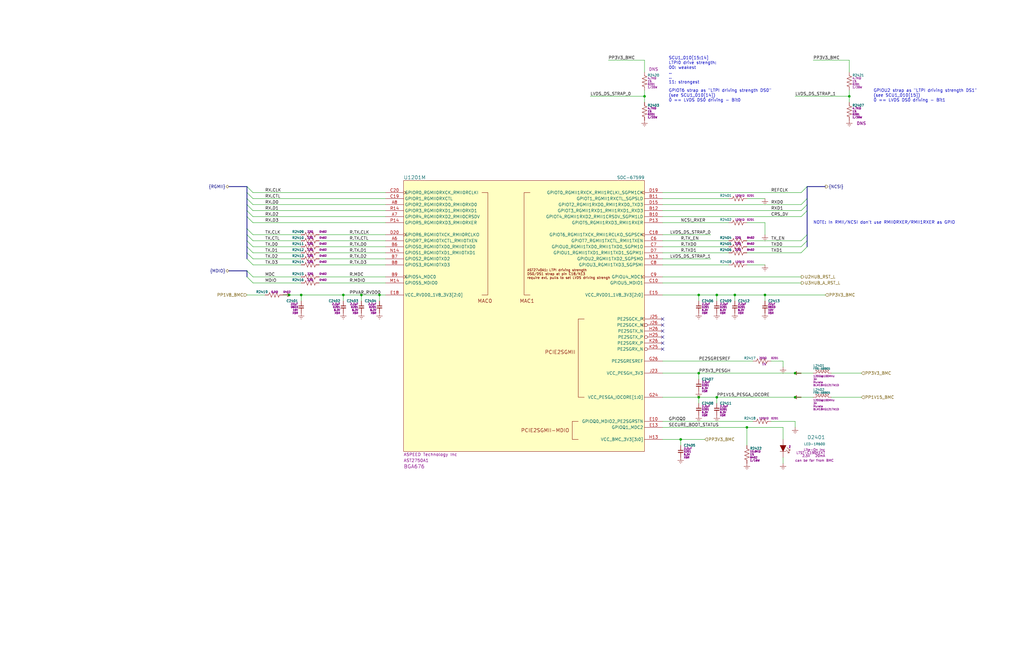
<source format=kicad_sch>
(kicad_sch (version 20231120) (generator "eeschema") (generator_version "8.0")
  (paper "B")
  (title_block (title "${PROJ}") (rev "${REV}") (company "${RPN}") (comment 1 "Ethernet MAC"))
  (lib_symbols
    (symbol "Capacitors, ceramic, Murata:CCM-722AA" (pin_numbers hide) (pin_names (offset 0) hide)
      (property "Reference" "C" (at 1.27 2.54 0))
      (property "val" "2.2µF" (at 1.27 1.27 0))
      (property "pkg" "0201" (at 1.27 0 0))
      (property "volt" "6.3V" (at 1.27 -1.27 0))
      (property "type" "X5R" (at 1.27 -2.54 0))
      (symbol "CCM-722AA_1_1"
        (pin passive line (at 0 2.54 270) (length 2.032) (name "~") (number "1"))
        (pin passive line (at 0 -2.54 90) (length 2.032) (name "~") (number "2"))
      )
    )
    (symbol "Capacitors, ceramic, Murata:CCM-822CC" (pin_numbers hide) (pin_names (offset 0) hide)
      (property "Reference" "C" (at 1.27 2.54 0))
      (property "val" "22µF" (at 1.27 1.27 0))
      (property "pkg" "0603" (at 1.27 0 0))
      (property "volt" "10V" (at 1.27 -1.27 0))
      (property "type" "X5R" (at 1.27 -2.54 0))
      (symbol "CCM-822CC_1_1"
        (pin passive line (at 0 2.54 270) (length 2.032) (name "~") (number "1"))
        (pin passive line (at 0 -2.54 90) (length 2.032) (name "~") (number "2"))
      )
    )
    (symbol "Inductors:FRB-68805" (pin_numbers hide) (pin_names (offset 1.016) hide)
      (property "Reference" "L" (at -3.81 3.175 0))
      (property "Value" "FRB-68805" (at -3.81 1.905 0))
      (property "imp" "120Ω@100MHz" (at -3.81 -1.27 0))
      (property "mfr" "Murata" (at -3.81 -3.81 0))
      (property "mpn" "BLM18KG121TN1D" (at -3.81 -5.08 0))
      (property "Imax" "3A" (at -3.81 -2.54 0))
      (symbol "FRB-68805_1_1"
        (pin passive line (at -3.81 0 0) (length 1.27) (name "1") (number "1"))
        (pin passive line (at 3.81 0 180) (length 1.27) (name "2") (number "2"))
      )
    )
    (symbol "LEDs:LED-1R600" (pin_numbers hide) (pin_names (offset 0) hide)
      (property "Reference" "D" (at 0 4.445 0))
      (property "Value" "LED-1R600" (at 0 3.175 0))
      (property "color" "Red" (at 0 2.54 0))
      (property "amps" "20mA" (at 1.27 -3.81 0))
      (property "Vf" "2.5V" (at -3.81 -3.81 0))
      (property "mfr" "Lite-On Inc" (at -3.81 -1.27 0))
      (property "mpn" "LTST-C190KEKT" (at -3.81 -2.54 0))
      (symbol "LED-1R600_1_1"
        (pin passive line (at -3.81 0 0) (length 2.54) (name "~") (number "A"))
        (pin passive line (at 3.81 0 180) (length 2.54) (name "~") (number "K"))
      )
      (symbol "LED-1R600_1_2"
        (pin passive line (at -2.54 0 0) (length 1.778) (name "~") (number "A"))
        (pin passive line (at 2.54 0 180) (length 1.778) (name "~") (number "K"))
      )
    )
    (symbol "Power:GND" (power) (pin_names (offset 0)) (in_bom no) (on_board no)
      (symbol "GND_1_1"
        (pin power_in line (at 0 0 270) (length 0) hide (name "GND") (number "1"))
      )
    )
    (symbol "Power:PWR_FLAG" (power) (pin_numbers hide) (pin_names (offset 0) hide) (in_bom no) (on_board no)
      (symbol "PWR_FLAG_0_0"
        (pin power_out line (at 0 0 180) (length 0) (name "pwr") (number "1"))
      )
    )
    (symbol "Resistors:RES-0000B" (pin_numbers hide) (pin_names (offset 0) hide)
      (property "Reference" "R" (at 1.27 2.54 0))
      (property "val" "0.0Ω" (at 1.27 1.27 0))
      (property "tol" "<20mΩ" (at 1.27 0 0))
      (property "pkg" "0402" (at 1.27 -1.27 0))
      (property "pwr" "1.5A" (at 1.27 -2.54 0))
      (symbol "RES-0000B_1_1"
        (pin passive line (at 0 3.81 270) (length 1.27) (name "~") (number "1"))
        (pin passive line (at 0 -3.81 90) (length 1.27) (name "~") (number "2"))
      )
    )
    (symbol "Resistors:RES-2220B" (pin_numbers hide) (pin_names (offset 0) hide)
      (property "Reference" "R" (at 1.27 2.54 0))
      (property "val" "22Ω" (at 1.27 1.27 0))
      (property "tol" "1%" (at 1.27 0 0))
      (property "pkg" "0402" (at 1.27 -1.27 0))
      (property "pwr" "1/16W" (at 1.27 -2.54 0))
      (symbol "RES-2220B_1_1"
        (pin passive line (at 0 3.81 270) (length 1.27) (name "~") (number "1"))
        (pin passive line (at 0 -3.81 90) (length 1.27) (name "~") (number "2"))
      )
    )
    (symbol "Resistors:RES-3200A" (pin_numbers hide) (pin_names (offset 0) hide)
      (property "Reference" "R" (at 1.27 2.54 0))
      (property "val" "200Ω" (at 1.27 1.27 0))
      (property "tol" "1%" (at 1.27 0 0))
      (property "pkg" "0201" (at 1.27 -1.27 0))
      (property "pwr" "1/20W" (at 1.27 -2.54 0))
      (symbol "RES-3200A_1_1"
        (pin passive line (at 0 3.81 270) (length 1.27) (name "~") (number "1"))
        (pin passive line (at 0 -3.81 90) (length 1.27) (name "~") (number "2"))
      )
    )
    (symbol "Resistors:RES-4470A" (pin_numbers hide) (pin_names (offset 0) hide)
      (property "Reference" "R" (at 1.27 2.54 0))
      (property "val" "4.7KΩ" (at 1.27 1.27 0))
      (property "tol" "1%" (at 1.27 0 0))
      (property "pkg" "0201" (at 1.27 -1.27 0))
      (property "pwr" "1/20W" (at 1.27 -2.54 0))
      (symbol "RES-4470A_1_1"
        (pin passive line (at 0 3.81 270) (length 1.27) (name "~") (number "1"))
        (pin passive line (at 0 -3.81 90) (length 1.27) (name "~") (number "2"))
      )
    )
    (symbol "Resistors:RES-5100B" (pin_numbers hide) (pin_names (offset 0) hide)
      (property "Reference" "R" (at 1.27 2.54 0))
      (property "val" "10.0KΩ" (at 1.27 1.27 0))
      (property "tol" "1%" (at 1.27 0 0))
      (property "pkg" "0402" (at 1.27 -1.27 0))
      (property "pwr" "1/16W" (at 1.27 -2.54 0))
      (symbol "RES-5100B_1_1"
        (pin passive line (at 0 3.81 270) (length 1.27) (name "~") (number "1"))
        (pin passive line (at 0 -3.81 90) (length 1.27) (name "~") (number "2"))
      )
    )
    (symbol "Resistors:RES-6100A" (pin_numbers hide) (pin_names (offset 0) hide)
      (property "Reference" "R" (at 1.27 2.54 0))
      (property "val" "100KΩ" (at 1.27 1.27 0))
      (property "tol" "1%" (at 1.27 0 0))
      (property "pkg" "0201" (at 1.27 -1.27 0))
      (property "pwr" "1/20W" (at 1.27 -2.54 0))
      (symbol "RES-6100A_1_1"
        (pin passive line (at 0 3.81 270) (length 1.27) (name "~") (number "1"))
        (pin passive line (at 0 -3.81 90) (length 1.27) (name "~") (number "2"))
      )
    )
    (symbol "SoCs, non-Rivos:SOC-67599"
      (property "Reference" "U" (at -17.78 57.15 0))
      (property "Value" "SOC-67599" (at 17.78 57.15 0))
      (property "mfr" "ASPEED Technology Inc" (at -17.78 -58.42 0))
      (property "mpn" "AST2750A1" (at -17.78 -60.96 0))
      (property "pkg" "BGA676" (at -17.78 -63.5 0))
      (symbol "SOC-67599_1_1"
        (text "PCIe0" (at -8.89 22.86 0) (effects (font (size 1.524 1.524)) (justify left)))
        (text "PCIe1" (at 2.54 22.86 0) (effects (font (size 1.524 1.524)) (justify left)))
        (pin input line (at -27.94 20.32 0) (length 7.62) (name "PE0CK_P") (number "AA10"))
        (pin passive line (at -27.94 -20.32 0) (length 7.62) hide (name "VCC_PEG4_1V8[1:0]") (number "AA7"))
        (pin power_in line (at -27.94 -10.16 0) (length 7.62) (name "VCC_PEG4_0V8[1:0]") (number "AA8"))
        (pin input inverted_clock (at 27.94 17.78 180) (length 7.62) (name "PE1CK_N") (number "AA9"))
        (pin input inverted_clock (at -27.94 17.78 0) (length 7.62) (name "PE0CK_N") (number "AB10"))
        (pin passive line (at -27.94 -10.16 0) (length 7.62) hide (name "VCC_PEG4_0V8[1:0]") (number "AB8"))
        (pin input inverted (at 27.94 2.54 180) (length 7.62) (name "PE1RX_N") (number "AC7"))
        (pin output inverted (at 27.94 10.16 180) (length 7.62) (name "PE1TX_N") (number "AC9"))
        (pin input line (at 27.94 -10.16 180) (length 7.62) (name "PCIEREF") (number "AD11"))
        (pin input line (at 27.94 5.08 180) (length 7.62) (name "PE1RX_P") (number "AD7"))
        (pin output line (at 27.94 12.7 180) (length 7.62) (name "PE1TX_P") (number "AD9"))
        (pin output line (at -27.94 12.7 0) (length 7.62) (name "PE0TX_P") (number "AE10"))
        (pin bidirectional line (at 27.94 -2.54 180) (length 7.62) (name "PCIE1RSTN1v8") (number "AE3"))
        (pin input line (at -27.94 5.08 0) (length 7.62) (name "PE0RX_P") (number "AE8"))
        (pin output inverted (at -27.94 10.16 0) (length 7.62) (name "PE0TX_N") (number "AF10"))
        (pin bidirectional line (at -27.94 -2.54 0) (length 7.62) (name "PCIE0RSTN1v8") (number "AF2"))
        (pin input inverted (at -27.94 2.54 0) (length 7.62) (name "PE0RX_N") (number "AF8"))
        (pin power_in line (at -27.94 -20.32 0) (length 7.62) (name "VCC_PEG4_1V8[1:0]") (number "Y8"))
        (pin input line (at 27.94 20.32 180) (length 7.62) (name "PE1CK_P") (number "Y9"))
      )
      (symbol "SOC-67599_2_1"
        (text "DP HBR" (at 0 11.43 0) (effects (font (size 1.524 1.524))))
        (pin input line (at 27.94 -8.89 180) (length 7.62) (name "DPHPD1v8") (number "AA6"))
        (pin power_in line (at -27.94 -8.89 0) (length 7.62) (name "VCC_DP_VCC12A_1V2") (number "AB5"))
        (pin power_in line (at -27.94 1.27 0) (length 7.62) (name "VCC_DP_VCC18A_1V8") (number "AB6"))
        (pin bidirectional inverted (at -27.94 6.35 0) (length 7.62) (name "DPAUX_N") (number "AC5"))
        (pin bidirectional line (at -27.94 8.89 0) (length 7.62) (name "DPAUX_P") (number "AD5"))
        (pin output inverted (at 27.94 -1.27 180) (length 7.62) (name "DPMLTX1_N") (number "AE5"))
        (pin output inverted (at 27.94 6.35 180) (length 7.62) (name "DPMLTX0_N") (number "AE6"))
        (pin output line (at 27.94 1.27 180) (length 7.62) (name "DPMLTX1_P") (number "AF5"))
        (pin output line (at 27.94 8.89 180) (length 7.62) (name "DPMLTX0_P") (number "AF6"))
      )
      (symbol "SOC-67599_3_1"
        (text "DDR4/DDR5" (at 0 53.34 0) (effects (font (size 1.524 1.524))))
        (pin output line (at 25.4 43.18 180) (length 7.62) (name "DDR5CK_P") (number "AA1"))
        (pin output inverted_clock (at 25.4 40.64 180) (length 7.62) (name "DDR5CK_N") (number "AA2"))
        (pin bidirectional line (at 25.4 -5.08 180) (length 7.62) (name "DDR4CA10") (number "AA4"))
        (pin output inverted_clock (at 25.4 48.26 180) (length 7.62) (name "DDR4CK_N") (number "AB1"))
        (pin output line (at 25.4 50.8 180) (length 7.62) (name "DDR4CK_P") (number "AB2"))
        (pin bidirectional line (at 25.4 35.56 180) (length 7.62) (name "DDR4BA0") (number "AB3"))
        (pin bidirectional line (at 25.4 33.02 180) (length 7.62) (name "DDR4BA1") (number "AC1"))
        (pin output output_low (at 25.4 -22.86 180) (length 7.62) (name "DDR4CASN") (number "AC3"))
        (pin bidirectional line (at 25.4 -12.7 180) (length 7.62) (name "DDR4CA13") (number "AD1"))
        (pin output output_low (at 25.4 -27.94 180) (length 7.62) (name "DDR4RASN") (number "AD2"))
        (pin output output_low (at 25.4 -40.64 180) (length 7.62) (name "DDR4CSN") (number "AD3"))
        (pin output output_low (at 25.4 -25.4 180) (length 7.62) (name "DDR4WEN") (number "AE1"))
        (pin output line (at 25.4 -45.72 180) (length 7.62) (name "DDR_ODT") (number "AE2"))
        (pin bidirectional inverted (at -25.4 33.02 0) (length 7.62) (name "DDRDQS0_N") (number "G1"))
        (pin bidirectional line (at -25.4 35.56 0) (length 7.62) (name "DDRDQS0_P") (number "G2"))
        (pin bidirectional line (at -25.4 22.86 0) (length 7.62) (name "DDRDQ0") (number "G3"))
        (pin bidirectional line (at -25.4 15.24 0) (length 7.62) (name "DDRDQ3") (number "H3"))
        (pin bidirectional line (at -25.4 20.32 0) (length 7.62) (name "DDRDQ1") (number "H4"))
        (pin bidirectional line (at -25.4 7.62 0) (length 7.62) (name "DDRDQ6") (number "J1"))
        (pin output line (at -25.4 27.94 0) (length 7.62) (name "DDRDM0") (number "J2"))
        (pin bidirectional line (at -25.4 12.7 0) (length 7.62) (name "DDRDQ4") (number "J3"))
        (pin bidirectional line (at -25.4 17.78 0) (length 7.62) (name "DDRDQ2") (number "J4"))
        (pin bidirectional line (at -25.4 5.08 0) (length 7.62) (name "DDRDQ7") (number "K2"))
        (pin bidirectional line (at -25.4 10.16 0) (length 7.62) (name "DDRDQ5") (number "K3"))
        (pin bidirectional line (at -25.4 -12.7 0) (length 7.62) (name "DDRDQ8") (number "L3"))
        (pin bidirectional inverted (at -25.4 -2.54 0) (length 7.62) (name "DDRDQS1_N") (number "M1"))
        (pin bidirectional line (at -25.4 0 0) (length 7.62) (name "DDRDQS1_P") (number "M2"))
        (pin bidirectional line (at -25.4 -15.24 0) (length 7.62) (name "DDRDQ9") (number "M3"))
        (pin bidirectional line (at -25.4 -20.32 0) (length 7.62) (name "DDRDQ11") (number "M4"))
        (pin bidirectional line (at -25.4 -25.4 0) (length 7.62) (name "DDRDQ13") (number "N1"))
        (pin bidirectional line (at -25.4 -17.78 0) (length 7.62) (name "DDRDQ10") (number "N2"))
        (pin output line (at -25.4 -7.62 0) (length 7.62) (name "DDRDM1") (number "N3"))
        (pin bidirectional line (at -25.4 -30.48 0) (length 7.62) (name "DDRDQ15") (number "P1"))
        (pin bidirectional line (at -25.4 -27.94 0) (length 7.62) (name "DDRDQ14") (number "P3"))
        (pin bidirectional line (at -25.4 -22.86 0) (length 7.62) (name "DDRDQ12") (number "P4"))
        (pin bidirectional line (at 25.4 -17.78 180) (length 7.62) (name "DDR4CKE_DDR5CSN") (number "R2"))
        (pin output output_low (at 25.4 -38.1 180) (length 7.62) (name "DDR4ACTN_DDR5CA2") (number "R3"))
        (pin bidirectional line (at 25.4 25.4 180) (length 7.62) (name "DDR4BG1_DDR5CA1") (number "R4"))
        (pin bidirectional line (at 25.4 2.54 180) (length 7.62) (name "DDR4CA7_DDR5CA6") (number "T1"))
        (pin bidirectional line (at 25.4 27.94 180) (length 7.62) (name "DDR4BG0_DDR5CA0") (number "T2"))
        (pin open_collector line (at 25.4 -33.02 180) (length 7.62) (name "DDR_ALERTN") (number "T4"))
        (pin bidirectional line (at 25.4 -2.54 180) (length 7.62) (name "DDR4CA9_DDR5CA3") (number "U1"))
        (pin bidirectional line (at 25.4 -10.16 180) (length 7.62) (name "DDR4CA12_DDR5CA4") (number "U2"))
        (pin bidirectional line (at 25.4 -7.62 180) (length 7.62) (name "DDR4CA11_DDR5CA5") (number "U3"))
        (pin bidirectional line (at 25.4 5.08 180) (length 7.62) (name "DDR4CA6_DDR5CA8") (number "U4"))
        (pin bidirectional line (at 25.4 0 180) (length 7.62) (name "DDR4CA8_DDR5CA7") (number "V1"))
        (pin bidirectional line (at 25.4 10.16 180) (length 7.62) (name "DDR4CA4_DDR5CA10") (number "V3"))
        (pin bidirectional line (at 25.4 15.24 180) (length 7.62) (name "DDR4CA2_DDR5CA12") (number "V4"))
        (pin output line (at -25.4 -48.26 0) (length 7.62) (name "DDRATO") (number "V5"))
        (pin bidirectional line (at 25.4 12.7 180) (length 7.62) (name "DDR4CA3_DDR5CA11") (number "W1"))
        (pin bidirectional line (at 25.4 7.62 180) (length 7.62) (name "DDR4CA5_DDR5CA9") (number "W2"))
        (pin bidirectional line (at 25.4 20.32 180) (length 7.62) (name "DDR4CA0") (number "W3"))
        (pin input line (at 25.4 -50.8 180) (length 7.62) (name "DDR_ZN") (number "W4"))
        (pin bidirectional line (at 25.4 17.78 180) (length 7.62) (name "DDR4CA1_DDR5CA13") (number "Y1"))
        (pin output output_low (at 25.4 -35.56 180) (length 7.62) (name "DDRRESETN") (number "Y2"))
        (pin output line (at -25.4 -50.8 0) (length 7.62) (name "DDRDTO") (number "Y3"))
      )
      (symbol "SOC-67599_4_1"
        (text "UFS 2.1" (at 0 13.97 0) (effects (font (size 1.524 1.524))))
        (pin output line (at 27.94 11.43 180) (length 7.62) (name "UFSTX0_P") (number "A2"))
        (pin input line (at 27.94 -8.89 180) (length 7.62) (name "UFSRX1_P") (number "B1"))
        (pin output inverted (at 27.94 8.89 180) (length 7.62) (name "UFSTX0_N") (number "B2"))
        (pin input inverted (at 27.94 -11.43 180) (length 7.62) (name "UFSRX1_N") (number "C1"))
        (pin output line (at 27.94 6.35 180) (length 7.62) (name "UFSTX1_P") (number "C2"))
        (pin input line (at 27.94 -3.81 180) (length 7.62) (name "UFSRX0_P") (number "D1"))
        (pin output inverted (at 27.94 3.81 180) (length 7.62) (name "UFSTX1_N") (number "D2"))
        (pin input inverted (at 27.94 -6.35 180) (length 7.62) (name "UFSRX0_N") (number "E1"))
        (pin output clock (at -27.94 11.43 0) (length 7.62) (name "UFSREFCK1v2") (number "E2"))
        (pin output output_low (at -27.94 6.35 0) (length 7.62) (name "UFSRSTN1v2") (number "F2"))
        (pin power_in line (at -27.94 -11.43 0) (length 7.62) (name "VCC_UFS_0V8") (number "K7"))
        (pin power_in line (at -27.94 -1.27 0) (length 7.62) (name "VCC_UFS_1V8") (number "L8"))
      )
      (symbol "SOC-67599_5_1"
        (text "USB2C supports USB-to-UART\n(access to UART11 and UART12)" (at -5.08 16.51 0) (effects (font (size 1 1)) (justify left)))
        (text "USB3.1 Gen2" (at 0 39.37 0) (effects (font (size 1.524 1.524))))
        (pin output inverted (at -27.94 34.29 0) (length 7.62) (name "USB3ATX_N") (number "A3"))
        (pin bidirectional line (at 27.94 29.21 180) (length 7.62) (name "USB2B_P") (number "A4"))
        (pin input inverted (at -27.94 11.43 0) (length 7.62) (name "USB3BRX_N") (number "A5"))
        (pin output line (at -27.94 36.83 0) (length 7.62) (name "USB3ATX_P") (number "B3"))
        (pin bidirectional inverted (at 27.94 26.67 180) (length 7.62) (name "USB2B_N") (number "B4"))
        (pin input line (at -27.94 13.97 0) (length 7.62) (name "USB3BRX_P") (number "B5"))
        (pin bidirectional line (at 27.94 36.83 180) (length 7.62) (name "USB2A_P") (number "C3"))
        (pin input line (at -27.94 29.21 0) (length 7.62) (name "USB3ARX_P") (number "C5"))
        (pin bidirectional inverted (at 27.94 34.29 180) (length 7.62) (name "USB2A_N") (number "D3"))
        (pin input inverted (at -27.94 26.67 0) (length 7.62) (name "USB3ARX_N") (number "D5"))
        (pin input line (at 27.94 -31.75 180) (length 7.62) (name "USB2ATXRTUNE") (number "E3"))
        (pin input line (at -27.94 -31.75 0) (length 7.62) (name "USB3RESREF") (number "E4"))
        (pin output line (at -27.94 21.59 0) (length 7.62) (name "USB3BTX_P") (number "E6"))
        (pin input line (at 27.94 -36.83 180) (length 7.62) (name "USB2BTXRTUNE") (number "F5"))
        (pin output inverted (at -27.94 19.05 0) (length 7.62) (name "USB3BTX_N") (number "F6"))
        (pin power_in line (at 27.94 3.81 180) (length 7.62) (name "VCCA_USB2C_3V3") (number "G15"))
        (pin input clock (at -27.94 6.35 0) (length 7.62) (name "USB25CK_P") (number "G6"))
        (pin bidirectional line (at 27.94 21.59 180) (length 7.62) (name "USB2C_P") (number "H15"))
        (pin input inverted_clock (at -27.94 3.81 0) (length 7.62) (name "USB25CK_N") (number "H6"))
        (pin bidirectional inverted (at 27.94 19.05 180) (length 7.62) (name "USB2C_N") (number "J15"))
        (pin power_in line (at 27.94 6.35 180) (length 7.62) (name "VCC_USB2_3V3") (number "J7"))
        (pin power_in line (at -27.94 -8.89 0) (length 7.62) (name "VCC_USB3_1V8[1:0]") (number "K10"))
        (pin power_in line (at 27.94 -19.05 180) (length 7.62) (name "VCC_USB2_0V8") (number "K11"))
        (pin power_in line (at 27.94 1.27 180) (length 7.62) (name "VCCA_USB2D_3V3") (number "K14"))
        (pin bidirectional line (at 27.94 13.97 180) (length 7.62) (name "USB2D_P") (number "K15"))
        (pin power_in line (at -27.94 -19.05 0) (length 7.62) (name "VCC_USB3_0V8[1:0]") (number "K9"))
        (pin passive line (at -27.94 -8.89 0) (length 7.62) hide (name "VCC_USB3_1V8[1:0]") (number "L10"))
        (pin power_in line (at 27.94 -8.89 180) (length 7.62) (name "VCC_USB2_1V8") (number "L11"))
        (pin bidirectional inverted (at 27.94 11.43 180) (length 7.62) (name "USB2D_N") (number "L15"))
        (pin passive line (at -27.94 -19.05 0) (length 7.62) hide (name "VCC_USB3_0V8[1:0]") (number "L9"))
      )
      (symbol "SOC-67599_6_1"
        (text "eMMC" (at -5.08 36.83 0) (effects (font (size 1.524 1.524))))
        (text "JTAG0 (M/S)" (at 7.62 29.21 0) (effects (font (size 1.524 1.524)) (justify left)))
        (text "JTAG1 (M)" (at 1.27 12.7 0) (effects (font (size 1.524 1.524)) (justify left)))
        (text "LTPI1 Rx" (at 10.16 -24.13 0) (effects (font (size 1.524 1.524)) (justify left)))
        (text "LTPI1 Tx" (at 10.16 -8.89 0) (effects (font (size 1.524 1.524)) (justify left)))
        (text "LTPI2 Rx" (at -10.16 -24.13 0) (effects (font (size 1.524 1.524)) (justify right)))
        (text "LTPI2 Tx" (at -10.16 -8.89 0) (effects (font (size 1.524 1.524)) (justify right)))
        (pin input line (at 45.72 29.21 180) (length 7.62) (name "TMS01v8") (number "AA5"))
        (pin bidirectional line (at -45.72 21.59 0) (length 7.62) (name "EMMCDAT3_GPIO18A5") (number "AB13"))
        (pin input input_low (at -45.72 1.27 0) (length 7.62) (name "EMMCCDN_VB0CSN_GPIO18A6") (number "AB14"))
        (pin bidirectional line (at -45.72 13.97 0) (length 7.62) (name "EMMCDAT5_VB0MISO_GPIO18B1_UFSCLKI") (number "AC13"))
        (pin output clock (at -45.72 34.29 0) (length 7.62) (name "EMMCCLK_VB1CSN_GPIO18A0") (number "AC14"))
        (pin input inverted (at 45.72 -29.21 180) (length 7.62) (name "LTPI1RX_N") (number "AC21"))
        (pin output line (at 45.72 -11.43 180) (length 7.62) (name "LTPI1TX_P") (number "AC23"))
        (pin bidirectional line (at -45.72 11.43 0) (length 7.62) (name "EMMCDAT6_DDCCLK_GPIO18B2") (number "AD13"))
        (pin bidirectional line (at -45.72 29.21 0) (length 7.62) (name "EMMCDAT0_VB1MOSI_GPIO18A2") (number "AD14"))
        (pin input line (at 45.72 -26.67 180) (length 7.62) (name "LTPI1RX_P") (number "AD21"))
        (pin output inverted (at 45.72 -13.97 180) (length 7.62) (name "LTPI1TX_N") (number "AD23"))
        (pin input input_low (at 45.72 34.29 180) (length 7.62) (name "NTRST01v8") (number "AD4"))
        (pin bidirectional line (at -45.72 8.89 0) (length 7.62) (name "EMMCDAT7_DDCDAT_GPIO18B3") (number "AE13"))
        (pin bidirectional line (at -45.72 26.67 0) (length 7.62) (name "EMMCDAT1_VB1MISO_GPIO18A3") (number "AE14"))
        (pin bidirectional line (at -45.72 3.81 0) (length 7.62) (name "EMMCCMD_VB1CK_GPIO18A1") (number "AE15"))
        (pin input inverted_clock (at 45.72 -21.59 180) (length 7.62) (name "LTPI1RXCK_N") (number "AE22"))
        (pin output inverted (at 45.72 -6.35 180) (length 7.62) (name "LTPI1TXCK_N") (number "AE24"))
        (pin input line (at 45.72 24.13 180) (length 7.62) (name "TDI01v8") (number "AE4"))
        (pin bidirectional line (at -45.72 16.51 0) (length 7.62) (name "EMMCDAT4_VB0MOSI_GPIO18B0") (number "AF13"))
        (pin bidirectional line (at -45.72 24.13 0) (length 7.62) (name "EMMCDAT2_GPIO18A4") (number "AF14"))
        (pin input clock (at 45.72 -19.05 180) (length 7.62) (name "LTPI1RXCK_P") (number "AF22"))
        (pin output line (at 45.72 -3.81 180) (length 7.62) (name "LTPI1TXCK_P") (number "AF24"))
        (pin input clock (at 45.72 31.75 180) (length 7.62) (name "TCK01v8") (number "AF3"))
        (pin output line (at 45.72 26.67 180) (length 7.62) (name "TDO01v8") (number "AF4"))
        (pin output output_low (at 45.72 19.05 180) (length 7.62) (name "GPIOQ2_MNTRST13v3") (number "D12"))
        (pin output line (at 45.72 13.97 180) (length 7.62) (name "GPIOQ4_MTMS13v3") (number "E11"))
        (pin output line (at 45.72 16.51 180) (length 7.62) (name "GPIOQ3_MTCK13v3") (number "F10"))
        (pin output line (at 45.72 11.43 180) (length 7.62) (name "GPIOQ5_MTDI13v3") (number "F11"))
        (pin input line (at 45.72 8.89 180) (length 7.62) (name "GPIOQ6_MTDO13v3") (number "F13"))
        (pin power_in line (at 45.72 3.81 180) (length 7.62) (name "VCC_BMC_3V3[3:0]") (number "G13"))
        (pin power_in line (at -45.72 -34.29 0) (length 7.62) (name "VCC_LTPIIO2_1V8[1:0]") (number "P19"))
        (pin power_in line (at 45.72 -34.29 180) (length 7.62) (name "VCC_LTPIIO_1V8[1:0]") (number "P20"))
        (pin passive line (at 45.72 -34.29 180) (length 7.62) hide (name "VCC_LTPIIO_1V8[1:0]") (number "P21"))
        (pin passive line (at -45.72 -34.29 0) (length 7.62) hide (name "VCC_LTPIIO2_1V8[1:0]") (number "R20"))
        (pin output inverted (at -45.72 -6.35 0) (length 7.62) (name "LTPI2TXCK_N") (number "T25"))
        (pin output line (at -45.72 -3.81 0) (length 7.62) (name "LTPI2TXCK_P") (number "T26"))
        (pin output inverted (at -45.72 -13.97 0) (length 7.62) (name "LTPI2TX_N") (number "U23"))
        (pin output line (at -45.72 -11.43 0) (length 7.62) (name "LTPI2TX_P") (number "U24"))
        (pin input inverted_clock (at -45.72 -21.59 0) (length 7.62) (name "LTPI2RXCK_N") (number "V25"))
        (pin input clock (at -45.72 -19.05 0) (length 7.62) (name "LTPI2RXCK_P") (number "V26"))
        (pin input inverted (at -45.72 -29.21 0) (length 7.62) (name "LTPI2RX_N") (number "W23"))
        (pin input line (at -45.72 -26.67 0) (length 7.62) (name "LTPI2RX_P") (number "W24"))
      )
      (symbol "SOC-67599_7_1"
        (text "eSPI0/1" (at 0 13.97 0) (effects (font (size 1.524 1.524))))
        (pin input input_low (at -58.42 3.81 0) (length 7.62) (name "ESPI0CSN_L0FRAMEN_GPIOM5") (number "B13"))
        (pin bidirectional line (at -58.42 -6.35 0) (length 7.62) (name "ESPI0D3_L0AD3_GPIOM3") (number "B14"))
        (pin bidirectional line (at -58.42 -3.81 0) (length 7.62) (name "ESPI0D2_L0AD2_GPIOM2") (number "B15"))
        (pin bidirectional line (at -58.42 1.27 0) (length 7.62) (name "ESPI0D0_L0AD0_GPIOM0") (number "B16"))
        (pin open_collector line (at 58.42 6.35 180) (length 7.62) (name "ESPI1ALTN_L1SIRQN_SD0CMD_GPIOA2_SDA3_VPIVS") (number "C11"))
        (pin bidirectional line (at 58.42 -3.81 180) (length 7.62) (name "ESPI1D2_L1AD2_SD0DAT2_GPIOA6_SDA2") (number "C12"))
        (pin bidirectional line (at 58.42 -6.35 180) (length 7.62) (name "ESPI1D3_L1AD3_SD0DAT3_GPIOA7_SCL3") (number "C13"))
        (pin input input_low (at 58.42 8.89 180) (length 7.62) (name "ESPI1RSTN_LPC1RSTN_SD0CDN_GPIOA1_SCL1_VPIHS") (number "C14"))
        (pin input input_low (at -58.42 8.89 0) (length 7.62) (name "ESPI0RSTN_LPC0RSTN_GPIOM7") (number "C15"))
        (pin input clock (at 58.42 11.43 180) (length 7.62) (name "ESPI1CK_L1CLK_SD0CLK_GPIOA0_SCL0_VPICLK") (number "C16"))
        (pin input clock (at -58.42 11.43 0) (length 7.62) (name "ESPI0CK_L0CLK_OSCCLK_GPIOM4") (number "C17"))
        (pin bidirectional line (at 58.42 -1.27 180) (length 7.62) (name "ESPI1D1_L1AD1_SD0DAT1_GPIOA5_SCL2_VPIR1") (number "D10"))
        (pin bidirectional line (at -58.42 -1.27 0) (length 7.62) (name "ESPI0D1_L0AD1_GPIOM1") (number "D14"))
        (pin input input_low (at 58.42 3.81 180) (length 7.62) (name "ESPI1CSN_L1FRAMEN_SD0WPN_GPIOA3_SDA0_VPIDE") (number "D9"))
        (pin open_collector line (at -58.42 6.35 0) (length 7.62) (name "ESPI0ALTN_L0SIRQN_GPIOM6") (number "E14"))
        (pin bidirectional line (at 58.42 1.27 180) (length 7.62) (name "ESPI1D0_L1AD0_SD0DAT0_GPIOA4_SDA1_VPIR0") (number "F14"))
        (pin power_in line (at 58.42 -11.43 180) (length 7.62) (name "VCC_ESPI1_1V8_3V3") (number "G17"))
        (pin power_in line (at -58.42 -11.43 0) (length 7.62) (name "VCC_ESPI0_1V8_3V3") (number "G18"))
      )
      (symbol "SOC-67599_8_1"
        (text "AST27x0A1: BOOT_FROM_UART strap at pin W16\n0: Disable (int. pulldown)\n1: Enable (ext. pullup required)" (at -29.21 -17.78 0) (effects (font (size 1 1)) (justify left)))
        (text "AST27x0A1: HeartBeat LED function strap at pin AC16\n0: Enable (int. pulldown)\n1: Disable (ext. pullup required)" (at -36.83 12.7 0) (effects (font (size 1 1)) (justify left)))
        (text "AST27x0A1: LTPI CRC mode sel. strap at pin AA14\n0: CRC option 1 (int. pulldown)\n1: CRC option 2" (at -29.21 -11.43 0) (effects (font (size 1 1)) (justify left)))
        (text "Debug / Boot from UART" (at -6.35 -26.67 0) (effects (font (size 1.524 1.524)) (justify left)))
        (text "UART / GPIO" (at -1.27 33.02 0) (effects (font (size 1.524 1.524))))
        (pin bidirectional line (at -52.07 -7.62 0) (length 7.62) (name "GPIOF5_NRTS1") (number "AA14"))
        (pin bidirectional line (at -52.07 5.08 0) (length 7.62) (name "GPIOF0_NCTS1_SIOONCTRLN1_HPM1GPO0") (number "AA15"))
        (pin bidirectional line (at -52.07 27.94 0) (length 7.62) (name "GPIOE1_NDCD0_SIOPBIN1") (number "AA16"))
        (pin bidirectional line (at 52.07 20.32 180) (length 7.62) (name "GPIOG3_RXD3_WDTRST1N_PWM9_SDA12_SM1CLKI") (number "AA17"))
        (pin bidirectional line (at -52.07 2.54 0) (length 7.62) (name "GPIOF1_NDCD1_SIOPWRGD1_HPM1GPO1") (number "AB15"))
        (pin bidirectional line (at -52.07 17.78 0) (length 7.62) (name "GPIOE5_NRTS0_SIOPWREQN1") (number "AB16"))
        (pin output line (at 52.07 7.62 180) (length 7.62) (name "TXD5_GPIOG4_WDTRST2N_PWM10_SCL13_SM1MOSII") (number "AB17"))
        (pin bidirectional line (at 52.07 30.48 180) (length 7.62) (name "GPIOG0_TXD2") (number "AB18"))
        (pin bidirectional line (at -52.07 0 0) (length 7.62) (name "GPIOF2_NDSR1_SALT2") (number "AC15"))
        (pin output line (at -52.07 15.24 0) (length 7.62) (name "TXD0") (number "AC16"))
        (pin bidirectional line (at 52.07 0 180) (length 7.62) (name "GPIOG6_TXD6_PWM12_SALT0_SCL14_SM1IO2I") (number "AC17"))
        (pin bidirectional line (at 52.07 27.94 180) (length 7.62) (name "GPIOG1_RXD2_SCL12") (number "AC18"))
        (pin output line (at 52.07 15.24 180) (length 7.62) (name "TXD41v8") (number "AD12"))
        (pin bidirectional line (at -52.07 -2.54 0) (length 7.62) (name "GPIOF3_NRI1_SALT3") (number "AD15"))
        (pin input line (at 52.07 5.08 180) (length 7.62) (name "RXD5_GPIOG5_WDTRST3N_PWM11_SDA13_SM1MISOI") (number "AD16"))
        (pin bidirectional line (at 52.07 -2.54 180) (length 7.62) (name "GPIOG7_RXD6_PWM13_SALT1_SDA14_SM1IO3I") (number "AD17"))
        (pin input line (at 52.07 12.7 180) (length 7.62) (name "RXD41v8") (number "AE12"))
        (pin bidirectional line (at 52.07 -5.08 180) (length 7.62) (name "GPIOH0_TXD7_PWM14_SCL15_SM1CS0NO") (number "AE16"))
        (pin bidirectional line (at 52.07 -7.62 180) (length 7.62) (name "GPIOH1_RXD7_PWM15_SDA15_SM1MUXSEL") (number "AE17"))
        (pin input line (at -52.07 12.7 0) (length 7.62) (name "RXD0") (number "AF16"))
        (pin bidirectional line (at -52.07 30.48 0) (length 7.62) (name "GPIOE0_NCTS0_SIOPBON1") (number "AF17"))
        (pin output line (at 52.07 -22.86 180) (length 7.62) (name "BMCUART_TXD12") (number "D11"))
        (pin input line (at 52.07 -25.4 180) (length 7.62) (name "BMCUART_RXD12") (number "D13"))
        (pin power_in line (at 52.07 -30.48 180) (length 7.62) (name "VCC_BMC_3V3[3:0]") (number "G14"))
        (pin power_in line (at 52.07 -12.7 180) (length 7.62) (name "VCC_PG2_1V8_3V3[1:0]") (number "H16"))
        (pin bidirectional line (at -52.07 20.32 0) (length 7.62) (name "GPIOE4_NDTR0_SIOS5N1") (number "J13"))
        (pin passive line (at 52.07 -12.7 180) (length 7.62) hide (name "VCC_PG2_1V8_3V3[1:0]") (number "J16"))
        (pin bidirectional line (at 52.07 22.86 180) (length 7.62) (name "GPIOG2_TXD3_WDTRST0N_PWM8_SM1CS0NI") (number "K13"))
        (pin power_in line (at -52.07 -22.86 0) (length 7.62) (name "VCC_SYSUART_1V8_3V3[1:0]") (number "K16"))
        (pin passive line (at -52.07 -22.86 0) (length 7.62) hide (name "VCC_SYSUART_1V8_3V3[1:0]") (number "L16"))
        (pin bidirectional line (at -52.07 -12.7 0) (length 7.62) (name "GPIOF7_RXD1") (number "V16"))
        (pin bidirectional line (at -52.07 22.86 0) (length 7.62) (name "GPIOE3_NRI0_SIOS3N1") (number "V17"))
        (pin bidirectional line (at -52.07 -10.16 0) (length 7.62) (name "GPIOF6_TXD1") (number "W16"))
        (pin bidirectional line (at -52.07 -5.08 0) (length 7.62) (name "GPIOF4_NDTR1_HPM1GPO2") (number "Y15"))
        (pin bidirectional line (at -52.07 25.4 0) (length 7.62) (name "GPIOE2_NDSR0_SIOSCIN1") (number "Y16"))
      )
      (symbol "SOC-67599_9_1"
        (text "MISC" (at 0 11.43 0) (effects (font (size 1.524 1.524))))
        (text "PECI" (at -1.27 -3.81 0) (effects (font (size 1.524 1.524)) (justify left)))
        (pin input input_low (at -33.02 3.81 0) (length 7.62) (name "SRSTN1v8") (number "AB11"))
        (pin input input_low (at -33.02 1.27 0) (length 7.62) (name "EXTRSTN1v8") (number "AB12"))
        (pin output output_low (at -33.02 -6.35 0) (length 7.62) (name "RSTIND1v8") (number "AB4"))
        (pin input line (at 33.02 8.89 180) (length 7.62) (name "ENTEST1v8") (number "AC11"))
        (pin input clock (at -33.02 8.89 0) (length 7.62) (name "CLKIN1v8") (number "AC12"))
        (pin bidirectional line (at 33.02 -1.27 180) (length 7.62) (name "PECI") (number "AD24"))
        (pin input input_low (at -33.02 -1.27 0) (length 7.62) (name "SSPRSTN1v8") (number "AF12"))
        (pin input input_low (at -33.02 -8.89 0) (length 7.62) (name "TSTRSTN") (number "AF15"))
        (pin power_in line (at 33.02 -6.35 180) (length 7.62) (name "VCC_PECIVDD_1V0") (number "L23"))
        (pin input input_low (at 33.02 3.81 180) (length 7.62) (name "CHASIN") (number "V15"))
      )
      (symbol "SOC-67599_10_1"
        (text "GPIO / TACH / PWM" (at 0 22.86 0) (effects (font (size 1.524 1.524))))
        (text "SCMGPO[11:0] will drive output 0 during power on until uboot \nconfiguration, make sure no harm to the peripherals connected." (at -49.53 -19.05 0) (effects (font (size 1 1)) (justify left)))
        (pin bidirectional line (at -58.42 17.78 0) (length 7.62) (name "GPIOB1_TACH1_THRUOUT0_SCMGPO1_VPIR3") (number "AA25"))
        (pin bidirectional line (at -58.42 15.24 0) (length 7.62) (name "GPIOB2_TACH2_THRUIN1_SCMGPO2_VPIR4") (number "AB23"))
        (pin bidirectional line (at 58.42 20.32 180) (length 7.62) (name "GPIOC2_TACH10_SALT12_NCTS6_SCMGPO10_VPIG4") (number "AB26"))
        (pin bidirectional line (at -58.42 20.32 0) (length 7.62) (name "GPIOB0_TACH0_THRUIN0_SCMGPO0_VPIR2") (number "AC26"))
        (pin bidirectional line (at 58.42 -15.24 180) (length 7.62) (name "GPIOD7_PWM7_SIOPWRGD0_SM0MUXSEL_HPM0GPO3") (number "AD22"))
        (pin bidirectional line (at 58.42 0 180) (length 7.62) (name "GPIOD1_PWM1_SIOPBIN0_SM0CLKI_HPM0GPI1_VPIB3") (number "AD25"))
        (pin bidirectional line (at 58.42 17.78 180) (length 7.62) (name "GPIOC3_TACH11_SALT13_NDCD6_SCMGPO11_VPIG5") (number "AD26"))
        (pin bidirectional line (at 58.42 -10.16 180) (length 7.62) (name "GPIOD5_PWM5_SIOPWREQN0_SM0IO3I_HPM0GPO1_VPIB7") (number "AE21"))
        (pin bidirectional line (at 58.42 -12.7 180) (length 7.62) (name "GPIOD6_PWM6_SIOONCTRLN0_SM0CS0NO_HPM0GPO2") (number "AE23"))
        (pin bidirectional line (at 58.42 2.54 180) (length 7.62) (name "GPIOD0_PWM0_SIOPBON0_SM0CS0NI_HPM0GPI0_VPIB2") (number "AE25"))
        (pin bidirectional line (at 58.42 12.7 180) (length 7.62) (name "GPIOC5_TACH13_SALT15_NRI6_SCMGPI1_VPIG7") (number "AE26"))
        (pin bidirectional line (at 58.42 -5.08 180) (length 7.62) (name "GPIOD3_PWM3_SIOS3N0_SM0MISOI_HPM0GPI3_VPIB5") (number "AF20"))
        (pin bidirectional line (at 58.42 -7.62 180) (length 7.62) (name "GPIOD4_PWM4_SIOS5N0_SM0IO2I_HPM0GPO0_VPIB6") (number "AF21"))
        (pin bidirectional line (at 58.42 -2.54 180) (length 7.62) (name "GPIOD2_PWM2_SIOSCIN0_SM0MOSII_HPM0GPI2_VPIB4") (number "AF23"))
        (pin bidirectional line (at 58.42 7.62 180) (length 7.62) (name "GPIOC7_TACH15_NRTS6_SM0CS0NI_SCMGPI3_VPIB1") (number "AF25"))
        (pin bidirectional line (at 58.42 10.16 180) (length 7.62) (name "GPIOC6_TACH14_NDTR6_SCMGPI2_VPIB0") (number "AF26"))
        (pin power_in line (at 58.42 -20.32 180) (length 7.62) (name "VCC_PG1_1V8_3V3[1:0]") (number "L25"))
        (pin power_in line (at -58.42 -7.62 0) (length 7.62) (name "VCC_PG0_1V8_3V3") (number "M24"))
        (pin passive line (at 58.42 -20.32 180) (length 7.62) hide (name "VCC_PG1_1V8_3V3[1:0]") (number "M25"))
        (pin bidirectional line (at -58.42 2.54 0) (length 7.62) (name "GPIOB7_TACH7_NRI5_SCMGPO7_VPIG1") (number "N25"))
        (pin bidirectional line (at -58.42 7.62 0) (length 7.62) (name "GPIOB5_TACH5_NDCD5_SCMGPO5_VPIR7") (number "N26"))
        (pin bidirectional line (at -58.42 5.08 0) (length 7.62) (name "GPIOB6_TACH6_NDSR5_SCMGPO6_VPIG0") (number "P25"))
        (pin bidirectional line (at 58.42 15.24 180) (length 7.62) (name "GPIOC4_TACH12_SALT14_NDSR6_SCMGPI0_VPIG6") (number "P26"))
        (pin bidirectional line (at -58.42 12.7 0) (length 7.62) (name "GPIOB3_TACH3_THRUOUT1_SCMGPO3_VPIR5") (number "U22"))
        (pin bidirectional line (at -58.42 10.16 0) (length 7.62) (name "GPIOB4_TACH4_NCTS5_SCMGPO4_VPIR6") (number "V21"))
        (pin bidirectional line (at -58.42 0 0) (length 7.62) (name "GPIOC0_TACH8_NDTR5_SCMGPO8_VPIG2") (number "V23"))
        (pin bidirectional line (at -58.42 -2.54 0) (length 7.62) (name "GPIOC1_TACH9_NRTS5_SCMGPO9_VPIG3") (number "W22"))
      )
      (symbol "SOC-67599_11_1"
        (text "FSI/I3CLV1" (at -15.24 -25.4 0) (effects (font (size 1.524 1.524)) (justify left)))
        (text "I3CHV0" (at 7.62 26.67 0) (effects (font (size 1.524 1.524)) (justify left)))
        (text "I3CHV1" (at -15.24 26.67 0) (effects (font (size 1.524 1.524)) (justify left)))
        (text "I3CLV1" (at -15.24 -5.08 0) (effects (font (size 1.524 1.524)) (justify left)))
        (pin bidirectional line (at -55.88 -2.54 0) (length 7.62) (name "GPIOJ3_I3CSDA5") (number "AA20"))
        (pin bidirectional line (at -55.88 -20.32 0) (length 7.62) (name "GPIOK2_I3CSCL9_FSI1CLK") (number "AA21"))
        (pin bidirectional line (at -55.88 -5.08 0) (length 7.62) (name "GPIOJ4_I3CSCL6") (number "AA22"))
        (pin bidirectional line (at -55.88 27.94 0) (length 7.62) (name "GPIOI4_HVI3C14SCL_SCL14") (number "AA23"))
        (pin bidirectional line (at 55.88 30.48 180) (length 7.62) (name "GPIOL3_HVI3CSDA1_SDA9") (number "AA24"))
        (pin bidirectional line (at 55.88 25.4 180) (length 7.62) (name "GPIOL5_HVI3CSDA2_SDA10") (number "AA26"))
        (pin bidirectional line (at -55.88 -7.62 0) (length 7.62) (name "GPIOJ5_I3CSDA6") (number "AB20"))
        (pin bidirectional line (at -55.88 -22.86 0) (length 7.62) (name "GPIOK3_I3CSDA9_FSI1DATA") (number "AB21"))
        (pin bidirectional line (at -55.88 22.86 0) (length 7.62) (name "GPIOI6_HVI3C15SCL_SCL15") (number "AB22"))
        (pin bidirectional line (at -55.88 -25.4 0) (length 7.62) (name "GPIOK4_I3CSCL10_FSI2CLK") (number "AC19"))
        (pin bidirectional line (at -55.88 -17.78 0) (length 7.62) (name "GPIOK1_I3CSDA8_FSI0DATA") (number "AC20"))
        (pin bidirectional line (at -55.88 25.4 0) (length 7.62) (name "GPIOI5_HVI3C14SDA_SDA14") (number "AC22"))
        (pin bidirectional line (at -55.88 -33.02 0) (length 7.62) (name "GPIOK7_I3CSDA11_FSI3DATA") (number "AD18"))
        (pin bidirectional line (at -55.88 -30.48 0) (length 7.62) (name "GPIOK6_I3CSCL11_FSI3CLK") (number "AD19"))
        (pin bidirectional line (at -55.88 -15.24 0) (length 7.62) (name "GPIOK0_I3CSCL8_FSI0CLK") (number "AD20"))
        (pin bidirectional line (at -55.88 -27.94 0) (length 7.62) (name "GPIOK5_I3CSDA10_FSI2DATA") (number "AE18"))
        (pin bidirectional line (at -55.88 -12.7 0) (length 7.62) (name "GPIOJ7_I3CSDA7") (number "AE19"))
        (pin bidirectional line (at -55.88 5.08 0) (length 7.62) (name "GPIOJ0_I3CSCL4") (number "AE20"))
        (pin bidirectional line (at -55.88 -10.16 0) (length 7.62) (name "GPIOJ6_I3CSCL7") (number "AF18"))
        (pin bidirectional line (at -55.88 2.54 0) (length 7.62) (name "GPIOJ1_I3CSDA4") (number "AF19"))
        (pin power_in line (at -55.88 -38.1 0) (length 7.62) (name "VCC_I3CVDDL1_1V0[2:0]") (number "N24"))
        (pin power_in line (at 55.88 15.24 180) (length 7.62) (name "VCC_I3CVDDH0_1V8_3V3[1:0]") (number "P22"))
        (pin passive line (at 55.88 15.24 180) (length 7.62) hide (name "VCC_I3CVDDH0_1V8_3V3[1:0]") (number "P23"))
        (pin passive line (at -55.88 -38.1 0) (length 7.62) hide (name "VCC_I3CVDDL1_1V0[2:0]") (number "P24"))
        (pin passive line (at -55.88 -38.1 0) (length 7.62) hide (name "VCC_I3CVDDL1_1V0[2:0]") (number "R24"))
        (pin bidirectional line (at 55.88 27.94 180) (length 7.62) (name "GPIOL4_HVI3CSCL2_SCL10") (number "R25"))
        (pin bidirectional line (at 55.88 22.86 180) (length 7.62) (name "GPIOL6_HVI3CSCL3_SCL11") (number "R26"))
        (pin power_in line (at -55.88 15.24 0) (length 7.62) (name "VCC_I3CVDDH1_1V8_3V3[1:0]") (number "T21"))
        (pin passive line (at -55.88 15.24 0) (length 7.62) hide (name "VCC_I3CVDDH1_1V8_3V3[1:0]") (number "T22"))
        (pin bidirectional line (at 55.88 38.1 180) (length 7.62) (name "GPIOL0_HVI3CSCL0_SCL8") (number "U25"))
        (pin bidirectional line (at 55.88 35.56 180) (length 7.62) (name "GPIOL1_HVI3CSDA0_SDA8") (number "U26"))
        (pin bidirectional line (at -55.88 30.48 0) (length 7.62) (name "GPIOI3_HVI3C13SDA_SDA13") (number "W21"))
        (pin bidirectional line (at -55.88 38.1 0) (length 7.62) (name "GPIOI0_HVI3C12SCL_SCL12") (number "W25"))
        (pin bidirectional line (at -55.88 20.32 0) (length 7.62) (name "GPIOI7_HVI3C15SDA_SDA15") (number "Y21"))
        (pin bidirectional line (at -55.88 0 0) (length 7.62) (name "GPIOJ2_I3CSCL5") (number "Y22"))
        (pin bidirectional line (at -55.88 35.56 0) (length 7.62) (name "GPIOI1_HVI3C12SDA_SDA12") (number "Y23"))
        (pin bidirectional line (at -55.88 33.02 0) (length 7.62) (name "GPIOI2_HVI3C13SCL_SCL13") (number "Y24"))
        (pin bidirectional line (at 55.88 20.32 180) (length 7.62) (name "GPIOL7_HVI3CSDA3_SDA11") (number "Y25"))
        (pin bidirectional line (at 55.88 33.02 180) (length 7.62) (name "GPIOL2_HVI3CSCL1_SCL9") (number "Y26"))
      )
      (symbol "SOC-67599_12_1"
        (text "FWSPI" (at -17.78 34.29 0) (effects (font (size 1.524 1.524))))
        (text "SPI0 - SOC0" (at -15.24 -3.81 0) (effects (font (size 1.524 1.524))))
        (text "SPI1 - SOC1" (at 11.43 34.29 0) (effects (font (size 1.524 1.524))))
        (text "SPI2 - HPM FPGA" (at 2.54 -26.67 0) (effects (font (size 1.524 1.524))))
        (pin output output_low (at -48.26 8.89 0) (length 7.62) (name "FWSPICS2N") (number "A12"))
        (pin output output_low (at -48.26 11.43 0) (length 7.62) (name "FWSPICS1N") (number "A13"))
        (pin input line (at -48.26 16.51 0) (length 7.62) (name "GPIOP7_FWSPIABR") (number "A14"))
        (pin bidirectional line (at -48.26 19.05 0) (length 7.62) (name "FWSPIDQ3_GPIOU7") (number "A15"))
        (pin input line (at -48.26 24.13 0) (length 7.62) (name "FWSPIMISO") (number "A16"))
        (pin output line (at -48.26 26.67 0) (length 7.62) (name "FWSPIMOSI") (number "A17"))
        (pin input line (at 48.26 11.43 180) (length 7.62) (name "GPIOO7_SPI1WPN_THRUOUT2") (number "A18"))
        (pin input line (at 48.26 13.97 180) (length 7.62) (name "GPIOO6_SPI1ABR_THRUIN2") (number "A19"))
        (pin output output_low (at 48.26 16.51 180) (length 7.62) (name "SPI1CS0") (number "A20"))
        (pin bidirectional line (at 48.26 19.05 180) (length 7.62) (name "GPIOO5_SPI1CS1_RXD11") (number "A21"))
        (pin bidirectional line (at 48.26 -11.43 180) (length 7.62) (name "GPIOP3_SPI2MISO") (number "A22"))
        (pin bidirectional line (at 48.26 -8.89 180) (length 7.62) (name "GPIOP2_SPI2MOSI") (number "A23"))
        (pin bidirectional line (at 48.26 26.67 180) (length 7.62) (name "SPI1MISO_TXD10") (number "A24"))
        (pin bidirectional line (at 48.26 29.21 180) (length 7.62) (name "SPI1MOSI_RXD9") (number "A25"))
        (pin bidirectional line (at 48.26 -19.05 180) (length 7.62) (name "GPIOP6_SPI2CS1N_HPM1GPO3") (number "A26"))
        (pin bidirectional line (at -48.26 -16.51 0) (length 7.62) (name "GPION4_SPI0DQ3") (number "B18"))
        (pin input line (at -48.26 -26.67 0) (length 7.62) (name "GPION7_SPI0WPN_RXD8") (number "B19"))
        (pin output output_low (at -48.26 -21.59 0) (length 7.62) (name "SPI0CS0_SPI0CS0") (number "B20"))
        (pin bidirectional line (at -48.26 -19.05 0) (length 7.62) (name "GPION5_SPI0CS1") (number "B21"))
        (pin bidirectional line (at -48.26 -11.43 0) (length 7.62) (name "SPI0MISO_GPION2") (number "B22"))
        (pin bidirectional line (at -48.26 -8.89 0) (length 7.62) (name "SPI0MOSI_GPION1") (number "B23"))
        (pin bidirectional line (at 48.26 24.13 180) (length 7.62) (name "GPIOO3_SPI1DQ2_RXD10") (number "B24"))
        (pin bidirectional line (at 48.26 -13.97 180) (length 7.62) (name "GPIOP4_SPI2DQ2_THRUIN3") (number "B25"))
        (pin output clock (at 48.26 31.75 180) (length 7.62) (name "SPI1CK_TXD9") (number "B26"))
        (pin bidirectional line (at -48.26 -13.97 0) (length 7.62) (name "GPION3_SPI0DQ2") (number "C23"))
        (pin output clock (at -48.26 29.21 0) (length 7.62) (name "FWSPICK") (number "C24"))
        (pin output output_low (at -48.26 31.75 0) (length 7.62) (name "FWSPICS0N") (number "C25"))
        (pin bidirectional line (at 48.26 -6.35 180) (length 7.62) (name "GPIOP1_SPI2CK") (number "C26"))
        (pin output clock (at -48.26 -6.35 0) (length 7.62) (name "SPI0CK") (number "D24"))
        (pin bidirectional line (at 48.26 -3.81 180) (length 7.62) (name "GPIOP0_SPI2CS0N") (number "D26"))
        (pin power_in line (at -48.26 -31.75 0) (length 7.62) (name "VCC_SPI0_1V8_3V3[1:0]") (number "E22"))
        (pin passive line (at -48.26 -31.75 0) (length 7.62) hide (name "VCC_SPI0_1V8_3V3[1:0]") (number "E23"))
        (pin power_in line (at 48.26 6.35 180) (length 7.62) (name "VCC_SPI1_1V8_3V3[1:0]") (number "E24"))
        (pin bidirectional line (at 48.26 21.59 180) (length 7.62) (name "GPIOO4_SPI1DQ3_TXD11") (number "E26"))
        (pin passive line (at 48.26 6.35 180) (length 7.62) hide (name "VCC_SPI1_1V8_3V3[1:0]") (number "F24"))
        (pin bidirectional line (at 48.26 -16.51 180) (length 7.62) (name "GPIOP5_SPI2DQ3_THRUOUT3") (number "F26"))
        (pin power_in line (at -48.26 3.81 0) (length 7.62) (name "VCC_FWSPI_3V3[1:0]") (number "G21"))
        (pin passive line (at -48.26 3.81 0) (length 7.62) hide (name "VCC_FWSPI_3V3[1:0]") (number "G22"))
        (pin power_in line (at 48.26 -24.13 180) (length 7.62) (name "VCC_SPI2_1V8_3V3[1:0]") (number "G23"))
        (pin passive line (at 48.26 -24.13 180) (length 7.62) hide (name "VCC_SPI2_1V8_3V3[1:0]") (number "H23"))
        (pin input line (at -48.26 -24.13 0) (length 7.62) (name "GPION6_SPI0ABR_TXD8") (number "M15"))
        (pin bidirectional line (at -48.26 21.59 0) (length 7.62) (name "FWSPIDQ2_GPIOU6") (number "M16"))
        (pin input line (at -48.26 13.97 0) (length 7.62) (name "GPIOQ7_FWSPIWPN") (number "N15"))
      )
      (symbol "SOC-67599_13_1"
        (text "AST27x0A1: LTPI driving strength \nDS0/DS1 strap at pin C18/N13\nrequire ext. pulls to set LVDS driving strengh" (at 1.27 17.78 0) (effects (font (size 1 1)) (justify left)))
        (text "MAC0" (at -16.51 6.35 0) (effects (font (size 1.524 1.524))))
        (text "MAC1" (at 1.27 6.35 0) (effects (font (size 1.524 1.524))))
        (text "PCIE2SGMII" (at 15.24 -15.24 0) (effects (font (size 1.524 1.524))))
        (text "PCIE2SGMII-MDIO" (at 8.89 -48.26 0) (effects (font (size 1.524 1.524))))
        (pin bidirectional line (at -58.42 31.75 0) (length 7.62) (name "GPIOR7_RGMII0TXCTL_RMII0TXEN") (number "A6"))
        (pin bidirectional line (at -58.42 41.91 0) (length 7.62) (name "GPIOR4_RGMII0RXD2_RMII0CRSDV") (number "A7"))
        (pin bidirectional line (at -58.42 46.99 0) (length 7.62) (name "GPIOR2_RGMII0RXD0_RMII0RXD0") (number "A8"))
        (pin bidirectional line (at 58.42 41.91 180) (length 7.62) (name "GPIOT4_RGMII1RXD2_RMII1CRSDV_SGPM1LD") (number "B10"))
        (pin bidirectional line (at 58.42 49.53 180) (length 7.62) (name "GPIOT1_RGMII1RXCTL_SGPSLD") (number "B11"))
        (pin bidirectional line (at 58.42 44.45 180) (length 7.62) (name "GPIOT3_RGMII1RXD1_RMII1RXD1_RXD3") (number "B12"))
        (pin bidirectional line (at -58.42 29.21 0) (length 7.62) (name "GPIOS0_RGMII0TXD0_RMII0TXD0") (number "B6"))
        (pin bidirectional line (at -58.42 24.13 0) (length 7.62) (name "GPIOS2_RGMII0TXD2") (number "B7"))
        (pin bidirectional line (at -58.42 21.59 0) (length 7.62) (name "GPIOS3_RGMII0TXD3") (number "B8"))
        (pin bidirectional clock (at -58.42 16.51 0) (length 7.62) (name "GPIOS4_MDC0") (number "B9"))
        (pin bidirectional line (at 58.42 13.97 180) (length 7.62) (name "GPIOU5_MDIO1") (number "C10"))
        (pin bidirectional clock (at 58.42 34.29 180) (length 7.62) (name "GPIOT6_RGMII1TXCK_RMII1RCLKO_SGPSCK") (number "C18"))
        (pin bidirectional line (at -58.42 49.53 0) (length 7.62) (name "GPIOR1_RGMII0RXCTL") (number "C19"))
        (pin bidirectional clock (at -58.42 52.07 0) (length 7.62) (name "GPIOR0_RGMII0RXCK_RMII0RCLKI") (number "C20"))
        (pin bidirectional line (at 58.42 31.75 180) (length 7.62) (name "GPIOT7_RGMII1TXCTL_RMII1TXEN") (number "C6"))
        (pin bidirectional line (at 58.42 29.21 180) (length 7.62) (name "GPIOU0_RGMII1TXD0_RMII1TXD0_SGPM1O") (number "C7"))
        (pin bidirectional line (at 58.42 21.59 180) (length 7.62) (name "GPIOU3_RGMII1TXD3_SGPSMI") (number "C8"))
        (pin bidirectional clock (at 58.42 16.51 180) (length 7.62) (name "GPIOU4_MDC1") (number "C9"))
        (pin bidirectional line (at 58.42 46.99 180) (length 7.62) (name "GPIOT2_RGMII1RXD0_RMII1RXD0_TXD3") (number "D15"))
        (pin bidirectional clock (at 58.42 52.07 180) (length 7.62) (name "GPIOT0_RGMII1RXCK_RMII1RCLKI_SGPM1CK") (number "D19"))
        (pin bidirectional clock (at -58.42 34.29 0) (length 7.62) (name "GPIOR6_RGMII0TXCK_RMII0RCLKO") (number "D20"))
        (pin bidirectional line (at 58.42 26.67 180) (length 7.62) (name "GPIOU1_RGMII1TXD1_RMII1TXD1_SGPM1I") (number "D7"))
        (pin bidirectional line (at 58.42 -44.45 180) (length 7.62) (name "GPIOQ0_MDIO2_PE2SGRSTN") (number "E10"))
        (pin bidirectional line (at 58.42 -46.99 180) (length 7.62) (name "GPIOQ1_MDC2") (number "E13"))
        (pin power_in line (at 58.42 8.89 180) (length 7.62) (name "VCC_RVDD1_1V8_3V3[2:0]") (number "E15"))
        (pin passive line (at 58.42 8.89 180) (length 7.62) hide (name "VCC_RVDD1_1V8_3V3[2:0]") (number "E16"))
        (pin passive line (at 58.42 8.89 180) (length 7.62) hide (name "VCC_RVDD1_1V8_3V3[2:0]") (number "E17"))
        (pin power_in line (at -58.42 8.89 0) (length 7.62) (name "VCC_RVDD0_1V8_3V3[2:0]") (number "E18"))
        (pin passive line (at -58.42 8.89 0) (length 7.62) hide (name "VCC_RVDD0_1V8_3V3[2:0]") (number "E19"))
        (pin passive line (at -58.42 8.89 0) (length 7.62) hide (name "VCC_RVDD0_1V8_3V3[2:0]") (number "E20"))
        (pin power_in line (at 58.42 -34.29 180) (length 7.62) (name "VCC_PESGA_IOCORE[1:0]") (number "G24"))
        (pin input line (at 58.42 -19.05 180) (length 7.62) (name "PE2SGRESREF") (number "G26"))
        (pin power_in line (at 58.42 -52.07 180) (length 7.62) (name "VCC_BMC_3V3[3:0]") (number "H13"))
        (pin passive line (at 58.42 -34.29 180) (length 7.62) hide (name "VCC_PESGA_IOCORE[1:0]") (number "H24"))
        (pin output inverted (at 58.42 -8.89 180) (length 7.62) (name "PE2SGTX_P") (number "H25"))
        (pin output line (at 58.42 -6.35 180) (length 7.62) (name "PE2SGTX_N") (number "H26"))
        (pin power_in line (at 58.42 -24.13 180) (length 7.62) (name "VCC_PESGH_3V3") (number "J23"))
        (pin input clock (at 58.42 -1.27 180) (length 7.62) (name "PE2SGCK_P") (number "J25"))
        (pin input inverted_clock (at 58.42 -3.81 180) (length 7.62) (name "PE2SGCK_N") (number "J26"))
        (pin input inverted (at 58.42 -13.97 180) (length 7.62) (name "PE2SGRX_N") (number "K25"))
        (pin input line (at 58.42 -11.43 180) (length 7.62) (name "PE2SGRX_P") (number "K26"))
        (pin bidirectional line (at -58.42 13.97 0) (length 7.62) (name "GPIOS5_MDIO0") (number "M14"))
        (pin bidirectional line (at 58.42 24.13 180) (length 7.62) (name "GPIOU2_RGMII1TXD2_SGPSMO") (number "N13"))
        (pin bidirectional line (at -58.42 26.67 0) (length 7.62) (name "GPIOS1_RGMII0TXD1_RMII0TXD1") (number "N14"))
        (pin bidirectional line (at 58.42 39.37 180) (length 7.62) (name "GPIOT5_RGMII1RXD3_RMII1RXER") (number "P13"))
        (pin bidirectional line (at -58.42 39.37 0) (length 7.62) (name "GPIOR5_RGMII0RXD3_RMII0RXER") (number "P14"))
        (pin bidirectional line (at -58.42 44.45 0) (length 7.62) (name "GPIOR3_RGMII0RXD1_RMII0RXD1") (number "R14"))
      )
      (symbol "SOC-67599_14_1"
        (text "By default, SMB[5:0] are internally allocated to LTPI,\ncan be configured back onto BMC local pinout." (at -38.1 0 0) (effects (font (size 1 1)) (justify left)))
        (text "SMB 0/1/2" (at 0 33.02 0) (effects (font (size 1.524 1.524))))
        (pin bidirectional line (at -50.8 -17.78 0) (length 7.62) (name "GPIOW5_SDA6_I2CF2SDAI") (number "D8"))
        (pin bidirectional line (at 50.8 25.4 180) (length 7.62) (name "GPIOX1_SDA8_I2CF0SDAI") (number "E12"))
        (pin bidirectional line (at -50.8 -20.32 0) (length 7.62) (name "GPIOW6_SCL7_I2CF2SCLO") (number "E8"))
        (pin bidirectional line (at -50.8 -5.08 0) (length 7.62) (name "GPIOW0_SCL4_I2CF1SCLI") (number "E9"))
        (pin bidirectional line (at 50.8 27.94 180) (length 7.62) (name "GPIOX0_SCL8_I2CF0SCLI") (number "F12"))
        (pin power_in line (at -50.8 -27.94 0) (length 7.62) (name "VCC_SMBG1_1V8_3V3") (number "F16"))
        (pin bidirectional line (at -50.8 -15.24 0) (length 7.62) (name "GPIOW4_SCL6_I2CF2SCLI") (number "F7"))
        (pin bidirectional line (at -50.8 -10.16 0) (length 7.62) (name "GPIOW2_SCL5_I2CF1SCLO") (number "F8"))
        (pin bidirectional line (at -50.8 -7.62 0) (length 7.62) (name "GPIOW1_SDA4_I2CF1SDAI") (number "F9"))
        (pin bidirectional line (at 50.8 12.7 180) (length 7.62) (name "GPIOX6_SCL11") (number "G10"))
        (pin bidirectional line (at -50.8 27.94 0) (length 7.62) (name "GPIOV0_SCL0_LTPIPSSCL0") (number "G11"))
        (pin bidirectional line (at 50.8 20.32 180) (length 7.62) (name "GPIOX3_SDA9_CAMBUSSTBY_I2CF0SDAO") (number "G7"))
        (pin bidirectional line (at 50.8 17.78 180) (length 7.62) (name "GPIOX4_SCL10_CAMBUSTX") (number "G8"))
        (pin bidirectional line (at 50.8 15.24 180) (length 7.62) (name "GPIOX5_SDA10_CAMBUSRX") (number "G9"))
        (pin bidirectional line (at -50.8 17.78 0) (length 7.62) (name "GPIOV4_SCL2_LTPIPSSCL2") (number "H10"))
        (pin bidirectional line (at -50.8 15.24 0) (length 7.62) (name "GPIOV5_SDA2_LTPIPSSDA2") (number "H11"))
        (pin power_in line (at 50.8 5.08 180) (length 7.62) (name "VCC_BMC_3V3[3:0]") (number "H14"))
        (pin bidirectional line (at -50.8 25.4 0) (length 7.62) (name "GPIOV1_SDA0_LTPIPSSDA0") (number "H7"))
        (pin bidirectional line (at -50.8 22.86 0) (length 7.62) (name "GPIOV2_SCL1_LTPIPSSCL1") (number "H8"))
        (pin bidirectional line (at -50.8 20.32 0) (length 7.62) (name "GPIOV3_SDA1_LTPIPSSDA1") (number "H9"))
        (pin bidirectional line (at -50.8 10.16 0) (length 7.62) (name "GPIOV7_SDA3_LTPIPSSDA3") (number "J10"))
        (pin bidirectional line (at 50.8 22.86 180) (length 7.62) (name "GPIOX2_SCL9_I2CF0SCLO") (number "J12"))
        (pin power_in line (at -50.8 5.08 0) (length 7.62) (name "VCC_SMBG0_1V8_3V3") (number "J14"))
        (pin bidirectional line (at -50.8 12.7 0) (length 7.62) (name "GPIOV6_SCL3_LTPIPSSCL3") (number "J9"))
        (pin bidirectional line (at 50.8 10.16 180) (length 7.62) (name "GPIOX7_SDA11") (number "K12"))
        (pin bidirectional line (at -50.8 -22.86 0) (length 7.62) (name "GPIOW7_SDA7_I2CF2SDAO") (number "L12"))
        (pin bidirectional line (at -50.8 -12.7 0) (length 7.62) (name "GPIOW3_SDA5_I2CF1SDAO") (number "M13"))
      )
      (symbol "SOC-67599_15_1"
        (text "VGA" (at 0 17.78 0) (effects (font (size 1.524 1.524))))
        (pin output line (at -22.86 -7.62 0) (length 7.62) (name "DACG") (number "A10"))
        (pin output line (at -22.86 -10.16 0) (length 7.62) (name "DACB") (number "A11"))
        (pin output line (at -22.86 -5.08 0) (length 7.62) (name "DACR") (number "A9"))
        (pin input line (at -22.86 -15.24 0) (length 7.62) (name "DACRSET") (number "B17"))
        (pin power_in line (at -22.86 15.24 0) (length 7.62) (name "VCC_DACA_3V3") (number "C22"))
        (pin power_in line (at -22.86 5.08 0) (length 7.62) (name "VCC_DACD_3V3") (number "E21"))
        (pin output line (at 22.86 12.7 180) (length 7.62) (name "VGAVS_GPIOS7") (number "E7"))
        (pin output line (at 22.86 15.24 180) (length 7.62) (name "VGAHS_GPIOS6") (number "J11"))
      )
      (symbol "SOC-67599_16_1"
        (text "ADC" (at 0 25.4 0) (effects (font (size 1.524 1.524))))
        (text "ADCREXT0/1:\n50kΩ pull-down even \nif ADCs are unused" (at 3.81 7.62 0) (effects (font (size 1 1)) (justify left)))
        (pin input line (at 30.48 17.78 180) (length 7.62) (name "ADCREXT0") (number "AA11"))
        (pin input line (at -30.48 5.08 0) (length 7.62) (name "ADC7_GPIY7_SALT11") (number "AA12"))
        (pin input line (at -30.48 10.16 0) (length 7.62) (name "ADC5_GPIY5_SALT9") (number "AA13"))
        (pin input line (at -30.48 12.7 0) (length 7.62) (name "ADC4_GPIY4_SALT8") (number "AA18"))
        (pin input line (at 30.48 -5.08 180) (length 7.62) (name "ADCREXT1") (number "AA19"))
        (pin input line (at -30.48 -17.78 0) (length 7.62) (name "ADC15_GPIZ7") (number "AB19"))
        (pin power_in line (at -30.48 -22.86 0) (length 7.62) (name "VCC_ADCAV33_3V3[2:0]") (number "T18"))
        (pin passive line (at -30.48 -22.86 0) (length 7.62) hide (name "VCC_ADCAV33_3V3[2:0]") (number "T19"))
        (pin passive line (at -30.48 -22.86 0) (length 7.62) hide (name "VCC_ADCAV33_3V3[2:0]") (number "T20"))
        (pin input line (at -30.48 -7.62 0) (length 7.62) (name "ADC11_GPIZ3") (number "V14"))
        (pin input line (at -30.48 20.32 0) (length 7.62) (name "ADC1_GPIY1_SALT5") (number "V18"))
        (pin input line (at -30.48 -10.16 0) (length 7.62) (name "ADC12_GPIZ4") (number "V19"))
        (pin input line (at -30.48 -2.54 0) (length 7.62) (name "ADC9_GPIZ1") (number "V20"))
        (pin input line (at -30.48 -12.7 0) (length 7.62) (name "ADC13_GPIZ5_AUXPWRGOOD0") (number "W14"))
        (pin input line (at 30.48 -7.62 180) (length 7.62) (name "ADCVREFEXT1") (number "W15"))
        (pin input line (at -30.48 22.86 0) (length 7.62) (name "ADC0_GPIY0_SALT4") (number "W17"))
        (pin input line (at -30.48 17.78 0) (length 7.62) (name "ADC2_GPIY2_SALT6") (number "W18"))
        (pin input line (at 30.48 -2.54 180) (length 7.62) (name "ADCVREFN1") (number "W19"))
        (pin input line (at -30.48 0 0) (length 7.62) (name "ADC8_GPIZ0") (number "W20"))
        (pin input line (at -30.48 -5.08 0) (length 7.62) (name "ADC10_GPIZ2") (number "Y11"))
        (pin input line (at 30.48 22.86 180) (length 7.62) (name "ADCVREFP0") (number "Y12"))
        (pin input line (at 30.48 20.32 180) (length 7.62) (name "ADCVREFN0") (number "Y13"))
        (pin input line (at 30.48 15.24 180) (length 7.62) (name "ADCVREFEXT0") (number "Y14"))
        (pin input line (at -30.48 15.24 0) (length 7.62) (name "ADC3_GPIY3_SALT7") (number "Y17"))
        (pin input line (at -30.48 7.62 0) (length 7.62) (name "ADC6_GPIY6_SALT10") (number "Y18"))
        (pin input line (at 30.48 0 180) (length 7.62) (name "ADCVREFP1") (number "Y19"))
        (pin input line (at -30.48 -15.24 0) (length 7.62) (name "ADC14_GPIZ6_AUXPWRGOOD1") (number "Y20"))
      )
      (symbol "SOC-67599_17_1"
        (text "SGPIO-M0/M1" (at 0 10.16 0) (effects (font (size 1.524 1.524))))
        (pin bidirectional line (at 66.04 0 180) (length 7.62) (name "GPIOH2_SGPM1O_WDTRST7N_PESGWAKEN_SFF8485I0_HPM1GPI2") (number "AB24"))
        (pin bidirectional line (at 66.04 5.08 180) (length 7.62) (name "GPIOAA6_SGPM1LD_WDTRST5N_NRTS2_SFF8485LD_HPM1GPI0") (number "AB25"))
        (pin bidirectional line (at 66.04 2.54 180) (length 7.62) (name "GPIOAA7_SGPM1LDR_WDTRST6N_MACLINK1_HPM1GPI1") (number "AC24"))
        (pin bidirectional line (at 66.04 7.62 180) (length 7.62) (name "GPIOAA5_SGPM1CK_WDTRST4N_NDTR2_SFF8485CK") (number "AC25"))
        (pin power_in line (at 66.04 -7.62 180) (length 7.62) (name "VCC_SGPM1_1V8_3V3") (number "K23"))
        (pin power_in line (at -66.04 -7.62 0) (length 7.62) (name "VCC_SGPM0_1V8_3V3") (number "M23"))
        (pin bidirectional line (at -66.04 -2.54 0) (length 7.62) (name "GPIOAA4_SGPM0I_SFF8485I1A_NRI2") (number "T23"))
        (pin bidirectional line (at -66.04 5.08 0) (length 7.62) (name "GPIOAA1_SGPM0LD_SFF8485LDA_NDCD2_MACLINK2") (number "T24"))
        (pin bidirectional line (at -66.04 7.62 0) (length 7.62) (name "GPIOAA0_SGPM0CK_SFF8485CKA_NCTS2_MACLINK0") (number "U21"))
        (pin bidirectional line (at -66.04 0 0) (length 7.62) (name "GPIOAA3_SGPM0O_SFF8485I0A_NDSR2") (number "V22"))
        (pin bidirectional line (at -66.04 2.54 0) (length 7.62) (name "GPIOAA2_HBLEDN_SGPM0LDR") (number "V24"))
        (pin bidirectional line (at 66.04 -2.54 180) (length 7.62) (name "GPIOH3_SGPM1I_SFF8485I1_HPM1GPI3") (number "W26"))
      )
      (symbol "SOC-67599_18_1"
        (text "Power" (at 0 48.26 0) (effects (font (size 1.524 1.524))))
        (pin passive line (at -35.56 -35.56 0) (length 7.62) hide (name "GND[133:0]") (number "A1"))
        (pin passive line (at -35.56 -35.56 0) (length 7.62) hide (name "GND[133:0]") (number "AA3"))
        (pin passive line (at -35.56 -35.56 0) (length 7.62) hide (name "GND[133:0]") (number "AB7"))
        (pin passive line (at -35.56 -35.56 0) (length 7.62) hide (name "GND[133:0]") (number "AB9"))
        (pin passive line (at -35.56 -35.56 0) (length 7.62) hide (name "GND[133:0]") (number "AC10"))
        (pin passive line (at -35.56 -35.56 0) (length 7.62) hide (name "GND[133:0]") (number "AC2"))
        (pin passive line (at -35.56 -35.56 0) (length 7.62) hide (name "GND[133:0]") (number "AC4"))
        (pin passive line (at -35.56 -35.56 0) (length 7.62) hide (name "GND[133:0]") (number "AC6"))
        (pin passive line (at -35.56 -35.56 0) (length 7.62) hide (name "GND[133:0]") (number "AC8"))
        (pin passive line (at -35.56 -35.56 0) (length 7.62) hide (name "GND[133:0]") (number "AD10"))
        (pin passive line (at -35.56 -35.56 0) (length 7.62) hide (name "GND[133:0]") (number "AD6"))
        (pin passive line (at -35.56 -35.56 0) (length 7.62) hide (name "GND[133:0]") (number "AD8"))
        (pin passive line (at -35.56 -35.56 0) (length 7.62) hide (name "GND[133:0]") (number "AE11"))
        (pin passive line (at -35.56 -35.56 0) (length 7.62) hide (name "GND[133:0]") (number "AE7"))
        (pin passive line (at -35.56 -35.56 0) (length 7.62) hide (name "GND[133:0]") (number "AE9"))
        (pin passive line (at -35.56 -35.56 0) (length 7.62) hide (name "GND[133:0]") (number "AF1"))
        (pin passive line (at -35.56 -35.56 0) (length 7.62) hide (name "GND[133:0]") (number "AF11"))
        (pin passive line (at -35.56 -35.56 0) (length 7.62) hide (name "GND[133:0]") (number "AF7"))
        (pin passive line (at -35.56 -35.56 0) (length 7.62) hide (name "GND[133:0]") (number "AF9"))
        (pin passive line (at -35.56 -35.56 0) (length 7.62) hide (name "GND[133:0]") (number "C21"))
        (pin passive line (at -35.56 -35.56 0) (length 7.62) hide (name "GND[133:0]") (number "C4"))
        (pin passive line (at -35.56 -35.56 0) (length 7.62) hide (name "GND[133:0]") (number "D16"))
        (pin passive line (at -35.56 -35.56 0) (length 7.62) hide (name "GND[133:0]") (number "D17"))
        (pin passive line (at -35.56 -35.56 0) (length 7.62) hide (name "GND[133:0]") (number "D18"))
        (pin passive line (at -35.56 -35.56 0) (length 7.62) hide (name "GND[133:0]") (number "D21"))
        (pin passive line (at -35.56 -35.56 0) (length 7.62) hide (name "GND[133:0]") (number "D22"))
        (pin passive line (at -35.56 -35.56 0) (length 7.62) hide (name "GND[133:0]") (number "D23"))
        (pin passive line (at -35.56 -35.56 0) (length 7.62) hide (name "GND[133:0]") (number "D25"))
        (pin passive line (at -35.56 -35.56 0) (length 7.62) hide (name "GND[133:0]") (number "D4"))
        (pin passive line (at -35.56 -35.56 0) (length 7.62) hide (name "GND[133:0]") (number "D6"))
        (pin passive line (at -35.56 -35.56 0) (length 7.62) hide (name "GND[133:0]") (number "E25"))
        (pin passive line (at -35.56 -35.56 0) (length 7.62) hide (name "GND[133:0]") (number "E5"))
        (pin passive line (at -35.56 -35.56 0) (length 7.62) hide (name "GND[133:0]") (number "F1"))
        (pin passive line (at -35.56 -35.56 0) (length 7.62) hide (name "GND[133:0]") (number "F15"))
        (pin passive line (at -35.56 -35.56 0) (length 7.62) hide (name "GND[133:0]") (number "F17"))
        (pin passive line (at -35.56 -35.56 0) (length 7.62) hide (name "GND[133:0]") (number "F18"))
        (pin passive line (at -35.56 -35.56 0) (length 7.62) hide (name "GND[133:0]") (number "F19"))
        (pin passive line (at -35.56 -35.56 0) (length 7.62) hide (name "GND[133:0]") (number "F20"))
        (pin passive line (at -35.56 -35.56 0) (length 7.62) hide (name "GND[133:0]") (number "F21"))
        (pin passive line (at -35.56 -35.56 0) (length 7.62) hide (name "GND[133:0]") (number "F22"))
        (pin passive line (at -35.56 -35.56 0) (length 7.62) hide (name "GND[133:0]") (number "F23"))
        (pin passive line (at -35.56 -35.56 0) (length 7.62) hide (name "GND[133:0]") (number "F25"))
        (pin passive line (at -35.56 -35.56 0) (length 7.62) hide (name "GND[133:0]") (number "F3"))
        (pin passive line (at -35.56 -35.56 0) (length 7.62) hide (name "GND[133:0]") (number "F4"))
        (pin passive line (at -35.56 -35.56 0) (length 7.62) hide (name "GND[133:0]") (number "G12"))
        (pin passive line (at -35.56 -35.56 0) (length 7.62) hide (name "GND[133:0]") (number "G16"))
        (pin passive line (at -35.56 -35.56 0) (length 7.62) hide (name "GND[133:0]") (number "G19"))
        (pin passive line (at -35.56 -35.56 0) (length 7.62) hide (name "GND[133:0]") (number "G20"))
        (pin passive line (at -35.56 -35.56 0) (length 7.62) hide (name "GND[133:0]") (number "G25"))
        (pin passive line (at -35.56 -35.56 0) (length 7.62) hide (name "GND[133:0]") (number "G4"))
        (pin passive line (at -35.56 -35.56 0) (length 7.62) hide (name "GND[133:0]") (number "G5"))
        (pin passive line (at -35.56 -35.56 0) (length 7.62) hide (name "GND[133:0]") (number "H1"))
        (pin passive line (at -35.56 -35.56 0) (length 7.62) hide (name "GND[133:0]") (number "H12"))
        (pin passive line (at -35.56 -35.56 0) (length 7.62) hide (name "GND[133:0]") (number "H17"))
        (pin passive line (at -35.56 -35.56 0) (length 7.62) hide (name "GND[133:0]") (number "H18"))
        (pin power_in line (at 35.56 -35.56 180) (length 7.62) (name "VCC_BMC_1V1[17:0]") (number "H19"))
        (pin passive line (at -35.56 -35.56 0) (length 7.62) hide (name "GND[133:0]") (number "H2"))
        (pin passive line (at 35.56 -35.56 180) (length 7.62) hide (name "VCC_BMC_1V1[17:0]") (number "H20"))
        (pin passive line (at -35.56 -35.56 0) (length 7.62) hide (name "GND[133:0]") (number "H21"))
        (pin passive line (at -35.56 -35.56 0) (length 7.62) hide (name "GND[133:0]") (number "H22"))
        (pin passive line (at -35.56 -35.56 0) (length 7.62) hide (name "GND[133:0]") (number "H5"))
        (pin passive line (at -35.56 -35.56 0) (length 7.62) hide (name "GND[133:0]") (number "J17"))
        (pin passive line (at 35.56 -35.56 180) (length 7.62) hide (name "VCC_BMC_1V1[17:0]") (number "J18"))
        (pin passive line (at 35.56 -35.56 180) (length 7.62) hide (name "VCC_BMC_1V1[17:0]") (number "J19"))
        (pin passive line (at 35.56 -35.56 180) (length 7.62) hide (name "VCC_BMC_1V1[17:0]") (number "J20"))
        (pin passive line (at 35.56 -35.56 180) (length 7.62) hide (name "VCC_BMC_1V1[17:0]") (number "J21"))
        (pin passive line (at -35.56 -35.56 0) (length 7.62) hide (name "GND[133:0]") (number "J22"))
        (pin passive line (at -35.56 -35.56 0) (length 7.62) hide (name "GND[133:0]") (number "J24"))
        (pin passive line (at -35.56 -35.56 0) (length 7.62) hide (name "GND[133:0]") (number "J5"))
        (pin passive line (at -35.56 -35.56 0) (length 7.62) hide (name "GND[133:0]") (number "J6"))
        (pin power_in line (at -35.56 -45.72 0) (length 7.62) (name "VCC_CPUEFUSE_1V8") (number "J8"))
        (pin passive line (at -35.56 -35.56 0) (length 7.62) hide (name "GND[133:0]") (number "K1"))
        (pin passive line (at -35.56 -35.56 0) (length 7.62) hide (name "GND[133:0]") (number "K17"))
        (pin passive line (at 35.56 -35.56 180) (length 7.62) hide (name "VCC_BMC_1V1[17:0]") (number "K18"))
        (pin passive line (at 35.56 -35.56 180) (length 7.62) hide (name "VCC_BMC_1V1[17:0]") (number "K19"))
        (pin passive line (at 35.56 -35.56 180) (length 7.62) hide (name "VCC_BMC_1V1[17:0]") (number "K20"))
        (pin passive line (at 35.56 -35.56 180) (length 7.62) hide (name "VCC_BMC_1V1[17:0]") (number "K21"))
        (pin passive line (at -35.56 -35.56 0) (length 7.62) hide (name "GND[133:0]") (number "K22"))
        (pin passive line (at -35.56 -35.56 0) (length 7.62) hide (name "GND[133:0]") (number "K24"))
        (pin passive line (at -35.56 -35.56 0) (length 7.62) hide (name "GND[133:0]") (number "K4"))
        (pin power_in line (at 35.56 -15.24 180) (length 7.62) (name "VCC_DDR_VDD_0V8[8:0]") (number "K5"))
        (pin passive line (at 35.56 -15.24 180) (length 7.62) hide (name "VCC_DDR_VDD_0V8[8:0]") (number "K6"))
        (pin passive line (at -35.56 -35.56 0) (length 7.62) hide (name "GND[133:0]") (number "K8"))
        (pin passive line (at -35.56 -35.56 0) (length 7.62) hide (name "GND[133:0]") (number "L1"))
        (pin passive line (at -35.56 -35.56 0) (length 7.62) hide (name "GND[133:0]") (number "L13"))
        (pin power_in line (at -35.56 -40.64 0) (length 7.62) (name "VCC_IOEFUSE_2V5") (number "L14"))
        (pin passive line (at -35.56 -35.56 0) (length 7.62) hide (name "GND[133:0]") (number "L17"))
        (pin passive line (at 35.56 -35.56 180) (length 7.62) hide (name "VCC_BMC_1V1[17:0]") (number "L18"))
        (pin passive line (at 35.56 -35.56 180) (length 7.62) hide (name "VCC_BMC_1V1[17:0]") (number "L19"))
        (pin passive line (at -35.56 -35.56 0) (length 7.62) hide (name "GND[133:0]") (number "L2"))
        (pin passive line (at 35.56 -35.56 180) (length 7.62) hide (name "VCC_BMC_1V1[17:0]") (number "L20"))
        (pin passive line (at 35.56 -35.56 180) (length 7.62) hide (name "VCC_BMC_1V1[17:0]") (number "L21"))
        (pin power_in line (at -35.56 -35.56 0) (length 7.62) (name "GND[133:0]") (number "L22"))
        (pin passive line (at -35.56 -35.56 0) (length 7.62) hide (name "GND[133:0]") (number "L24"))
        (pin passive line (at -35.56 -35.56 0) (length 7.62) hide (name "GND[133:0]") (number "L26"))
        (pin passive line (at -35.56 -35.56 0) (length 7.62) hide (name "GND[133:0]") (number "L4"))
        (pin passive line (at -35.56 -35.56 0) (length 7.62) hide (name "GND[133:0]") (number "L5"))
        (pin passive line (at 35.56 -15.24 180) (length 7.62) hide (name "VCC_DDR_VDD_0V8[8:0]") (number "L6"))
        (pin passive line (at 35.56 -15.24 180) (length 7.62) hide (name "VCC_DDR_VDD_0V8[8:0]") (number "L7"))
        (pin passive line (at -35.56 -35.56 0) (length 7.62) hide (name "GND[133:0]") (number "M10"))
        (pin passive line (at -35.56 -35.56 0) (length 7.62) hide (name "GND[133:0]") (number "M11"))
        (pin passive line (at -35.56 -35.56 0) (length 7.62) hide (name "GND[133:0]") (number "M12"))
        (pin passive line (at -35.56 -35.56 0) (length 7.62) hide (name "GND[133:0]") (number "M17"))
        (pin passive line (at 35.56 -35.56 180) (length 7.62) hide (name "VCC_BMC_1V1[17:0]") (number "M18"))
        (pin passive line (at 35.56 -35.56 180) (length 7.62) hide (name "VCC_BMC_1V1[17:0]") (number "M19"))
        (pin passive line (at 35.56 -35.56 180) (length 7.62) hide (name "VCC_BMC_1V1[17:0]") (number "M20"))
        (pin passive line (at 35.56 -35.56 180) (length 7.62) hide (name "VCC_BMC_1V1[17:0]") (number "M21"))
        (pin passive line (at -35.56 -35.56 0) (length 7.62) hide (name "GND[133:0]") (number "M22"))
        (pin power_in line (at -35.56 -25.4 0) (length 7.62) (name "VCC_OTPVCC") (number "M26"))
        (pin passive line (at -35.56 -35.56 0) (length 7.62) hide (name "GND[133:0]") (number "M5"))
        (pin power_in line (at 35.56 -5.08 180) (length 7.62) (name "VCC_DDR_VDDQ[7:0]") (number "M6"))
        (pin passive line (at 35.56 -15.24 180) (length 7.62) hide (name "VCC_DDR_VDD_0V8[8:0]") (number "M7"))
        (pin passive line (at -35.56 -35.56 0) (length 7.62) hide (name "GND[133:0]") (number "M8"))
        (pin passive line (at -35.56 -35.56 0) (length 7.62) hide (name "GND[133:0]") (number "M9"))
        (pin passive line (at 35.56 -25.4 180) (length 7.62) hide (name "VCC_BMC_0V8[18:0]") (number "N10"))
        (pin passive line (at 35.56 -25.4 180) (length 7.62) hide (name "VCC_BMC_0V8[18:0]") (number "N11"))
        (pin passive line (at -35.56 -35.56 0) (length 7.62) hide (name "GND[133:0]") (number "N12"))
        (pin power_in line (at -35.56 35.56 0) (length 7.62) (name "VCC_IOSLI_1V2[2:0]") (number "N16"))
        (pin passive line (at -35.56 -35.56 0) (length 7.62) hide (name "GND[133:0]") (number "N17"))
        (pin passive line (at -35.56 -35.56 0) (length 7.62) hide (name "GND[133:0]") (number "N18"))
        (pin passive line (at -35.56 -35.56 0) (length 7.62) hide (name "GND[133:0]") (number "N19"))
        (pin passive line (at -35.56 -35.56 0) (length 7.62) hide (name "GND[133:0]") (number "N20"))
        (pin passive line (at -35.56 -35.56 0) (length 7.62) hide (name "GND[133:0]") (number "N21"))
        (pin passive line (at -35.56 -35.56 0) (length 7.62) hide (name "GND[133:0]") (number "N22"))
        (pin passive line (at -35.56 -35.56 0) (length 7.62) hide (name "GND[133:0]") (number "N23"))
        (pin passive line (at -35.56 -35.56 0) (length 7.62) hide (name "GND[133:0]") (number "N4"))
        (pin passive line (at -35.56 -35.56 0) (length 7.62) hide (name "GND[133:0]") (number "N5"))
        (pin passive line (at 35.56 -5.08 180) (length 7.62) hide (name "VCC_DDR_VDDQ[7:0]") (number "N6"))
        (pin passive line (at 35.56 -15.24 180) (length 7.62) hide (name "VCC_DDR_VDD_0V8[8:0]") (number "N7"))
        (pin passive line (at -35.56 -35.56 0) (length 7.62) hide (name "GND[133:0]") (number "N8"))
        (pin power_in line (at 35.56 -25.4 180) (length 7.62) (name "VCC_BMC_0V8[18:0]") (number "N9"))
        (pin passive line (at 35.56 -25.4 180) (length 7.62) hide (name "VCC_BMC_0V8[18:0]") (number "P10"))
        (pin passive line (at 35.56 -25.4 180) (length 7.62) hide (name "VCC_BMC_0V8[18:0]") (number "P11"))
        (pin power_in line (at -35.56 45.72 0) (length 7.62) (name "VCC_CPUSLI_1V2[1:0]") (number "P12"))
        (pin passive line (at -35.56 -35.56 0) (length 7.62) hide (name "GND[133:0]") (number "P15"))
        (pin passive line (at -35.56 35.56 0) (length 7.62) hide (name "VCC_IOSLI_1V2[2:0]") (number "P16"))
        (pin passive line (at -35.56 25.4 0) (length 7.62) hide (name "VCC_BMC_1V8[6:0]") (number "P17"))
        (pin passive line (at -35.56 25.4 0) (length 7.62) hide (name "VCC_BMC_1V8[6:0]") (number "P18"))
        (pin passive line (at -35.56 -35.56 0) (length 7.62) hide (name "GND[133:0]") (number "P2"))
        (pin passive line (at -35.56 -35.56 0) (length 7.62) hide (name "GND[133:0]") (number "P5"))
        (pin passive line (at 35.56 -5.08 180) (length 7.62) hide (name "VCC_DDR_VDDQ[7:0]") (number "P6"))
        (pin passive line (at 35.56 -15.24 180) (length 7.62) hide (name "VCC_DDR_VDD_0V8[8:0]") (number "P7"))
        (pin passive line (at -35.56 -35.56 0) (length 7.62) hide (name "GND[133:0]") (number "P8"))
        (pin passive line (at 35.56 -25.4 180) (length 7.62) hide (name "VCC_BMC_0V8[18:0]") (number "P9"))
        (pin passive line (at -35.56 -35.56 0) (length 7.62) hide (name "GND[133:0]") (number "R1"))
        (pin passive line (at 35.56 -25.4 180) (length 7.62) hide (name "VCC_BMC_0V8[18:0]") (number "R10"))
        (pin passive line (at 35.56 -25.4 180) (length 7.62) hide (name "VCC_BMC_0V8[18:0]") (number "R11"))
        (pin passive line (at -35.56 45.72 0) (length 7.62) hide (name "VCC_CPUSLI_1V2[1:0]") (number "R12"))
        (pin passive line (at -35.56 -35.56 0) (length 7.62) hide (name "GND[133:0]") (number "R13"))
        (pin passive line (at -35.56 -35.56 0) (length 7.62) hide (name "GND[133:0]") (number "R15"))
        (pin passive line (at -35.56 35.56 0) (length 7.62) hide (name "VCC_IOSLI_1V2[2:0]") (number "R16"))
        (pin passive line (at -35.56 25.4 0) (length 7.62) hide (name "VCC_BMC_1V8[6:0]") (number "R17"))
        (pin passive line (at -35.56 -35.56 0) (length 7.62) hide (name "GND[133:0]") (number "R18"))
        (pin power_in line (at 35.56 45.72 180) (length 7.62) (name "VCC_BAT") (number "R19"))
        (pin power_in line (at 35.56 43.18 180) (length 7.62) (name "VCC_BAT2") (number "R21"))
        (pin passive line (at -35.56 -35.56 0) (length 7.62) hide (name "GND[133:0]") (number "R22"))
        (pin passive line (at -35.56 -35.56 0) (length 7.62) hide (name "GND[133:0]") (number "R23"))
        (pin passive line (at -35.56 -35.56 0) (length 7.62) hide (name "GND[133:0]") (number "R5"))
        (pin passive line (at 35.56 -5.08 180) (length 7.62) hide (name "VCC_DDR_VDDQ[7:0]") (number "R6"))
        (pin passive line (at 35.56 -15.24 180) (length 7.62) hide (name "VCC_DDR_VDD_0V8[8:0]") (number "R7"))
        (pin passive line (at -35.56 -35.56 0) (length 7.62) hide (name "GND[133:0]") (number "R8"))
        (pin passive line (at 35.56 -25.4 180) (length 7.62) hide (name "VCC_BMC_0V8[18:0]") (number "R9"))
        (pin passive line (at 35.56 -25.4 180) (length 7.62) hide (name "VCC_BMC_0V8[18:0]") (number "T10"))
        (pin passive line (at 35.56 -25.4 180) (length 7.62) hide (name "VCC_BMC_0V8[18:0]") (number "T11"))
        (pin passive line (at -35.56 -35.56 0) (length 7.62) hide (name "GND[133:0]") (number "T12"))
        (pin power_in line (at -35.56 25.4 0) (length 7.62) (name "VCC_BMC_1V8[6:0]") (number "T13"))
        (pin passive line (at -35.56 -35.56 0) (length 7.62) hide (name "GND[133:0]") (number "T14"))
        (pin power_in line (at 35.56 25.4 180) (length 7.62) (name "VCC_DPLL_IOCORE") (number "T15"))
        (pin power_in line (at 35.56 15.24 180) (length 7.62) (name "VCC_APLL_IOCORE") (number "T16"))
        (pin power_in line (at 35.56 35.56 180) (length 7.62) (name "VCC_HPLL_IOCORE") (number "T17"))
        (pin passive line (at -35.56 -35.56 0) (length 7.62) hide (name "GND[133:0]") (number "T3"))
        (pin passive line (at -35.56 -35.56 0) (length 7.62) hide (name "GND[133:0]") (number "T5"))
        (pin passive line (at 35.56 -5.08 180) (length 7.62) hide (name "VCC_DDR_VDDQ[7:0]") (number "T6"))
        (pin passive line (at 35.56 -15.24 180) (length 7.62) hide (name "VCC_DDR_VDD_0V8[8:0]") (number "T7"))
        (pin passive line (at -35.56 -35.56 0) (length 7.62) hide (name "GND[133:0]") (number "T8"))
        (pin passive line (at 35.56 -25.4 180) (length 7.62) hide (name "VCC_BMC_0V8[18:0]") (number "T9"))
        (pin passive line (at 35.56 -25.4 180) (length 7.62) hide (name "VCC_BMC_0V8[18:0]") (number "U10"))
        (pin passive line (at 35.56 -25.4 180) (length 7.62) hide (name "VCC_BMC_0V8[18:0]") (number "U11"))
        (pin passive line (at -35.56 -35.56 0) (length 7.62) hide (name "GND[133:0]") (number "U12"))
        (pin passive line (at -35.56 25.4 0) (length 7.62) hide (name "VCC_BMC_1V8[6:0]") (number "U13"))
        (pin passive line (at -35.56 -35.56 0) (length 7.62) hide (name "GND[133:0]") (number "U14"))
        (pin passive line (at -35.56 -35.56 0) (length 7.62) hide (name "GND[133:0]") (number "U15"))
        (pin passive line (at -35.56 -35.56 0) (length 7.62) hide (name "GND[133:0]") (number "U16"))
        (pin power_in line (at 35.56 -40.64 180) (length 7.62) (name "VCC_LPLL1_1V1") (number "U17"))
        (pin power_in line (at 35.56 -45.72 180) (length 7.62) (name "VCC_LPLL2_1V1") (number "U18"))
        (pin passive line (at -35.56 -35.56 0) (length 7.62) hide (name "GND[133:0]") (number "U19"))
        (pin passive line (at -35.56 -35.56 0) (length 7.62) hide (name "GND[133:0]") (number "U20"))
        (pin passive line (at -35.56 -35.56 0) (length 7.62) hide (name "GND[133:0]") (number "U5"))
        (pin passive line (at 35.56 -5.08 180) (length 7.62) hide (name "VCC_DDR_VDDQ[7:0]") (number "U6"))
        (pin power_in line (at 35.56 5.08 180) (length 7.62) (name "VCC_DDR_VAA_1V8") (number "U7"))
        (pin passive line (at -35.56 -35.56 0) (length 7.62) hide (name "GND[133:0]") (number "U8"))
        (pin passive line (at 35.56 -25.4 180) (length 7.62) hide (name "VCC_BMC_0V8[18:0]") (number "U9"))
        (pin passive line (at 35.56 -25.4 180) (length 7.62) hide (name "VCC_BMC_0V8[18:0]") (number "V10"))
        (pin passive line (at 35.56 -25.4 180) (length 7.62) hide (name "VCC_BMC_0V8[18:0]") (number "V11"))
        (pin passive line (at -35.56 -35.56 0) (length 7.62) hide (name "GND[133:0]") (number "V12"))
        (pin passive line (at -35.56 25.4 0) (length 7.62) hide (name "VCC_BMC_1V8[6:0]") (number "V13"))
        (pin passive line (at -35.56 -35.56 0) (length 7.62) hide (name "GND[133:0]") (number "V2"))
        (pin passive line (at 35.56 -5.08 180) (length 7.62) hide (name "VCC_DDR_VDDQ[7:0]") (number "V6"))
        (pin power_in line (at -35.56 15.24 0) (length 7.62) (name "VCC_VDDAHV_1V8") (number "V7"))
        (pin passive line (at -35.56 -35.56 0) (length 7.62) hide (name "GND[133:0]") (number "V8"))
        (pin passive line (at 35.56 -25.4 180) (length 7.62) hide (name "VCC_BMC_0V8[18:0]") (number "V9"))
        (pin passive line (at 35.56 -25.4 180) (length 7.62) hide (name "VCC_BMC_0V8[18:0]") (number "W10"))
        (pin passive line (at -35.56 -35.56 0) (length 7.62) hide (name "GND[133:0]") (number "W11"))
        (pin passive line (at -35.56 -35.56 0) (length 7.62) hide (name "GND[133:0]") (number "W12"))
        (pin passive line (at -35.56 25.4 0) (length 7.62) hide (name "VCC_BMC_1V8[6:0]") (number "W13"))
        (pin passive line (at -35.56 -35.56 0) (length 7.62) hide (name "GND[133:0]") (number "W5"))
        (pin passive line (at 35.56 -5.08 180) (length 7.62) hide (name "VCC_DDR_VDDQ[7:0]") (number "W6"))
        (pin power_in line (at -35.56 5.08 0) (length 7.62) (name "VCC_MPLLVDD_0V8") (number "W7"))
        (pin passive line (at -35.56 -35.56 0) (length 7.62) hide (name "GND[133:0]") (number "W8"))
        (pin passive line (at -35.56 -35.56 0) (length 7.62) hide (name "GND[133:0]") (number "W9"))
        (pin passive line (at -35.56 -35.56 0) (length 7.62) hide (name "GND[133:0]") (number "Y10"))
        (pin passive line (at -35.56 -35.56 0) (length 7.62) hide (name "GND[133:0]") (number "Y4"))
        (pin power_in line (at -35.56 -15.24 0) (length 7.62) (name "VCC_DLLVDDA_0V8") (number "Y5"))
        (pin power_in line (at -35.56 -5.08 0) (length 7.62) (name "VCC_HLLVDDA_0V8") (number "Y6"))
        (pin passive line (at -35.56 -35.56 0) (length 7.62) hide (name "GND[133:0]") (number "Y7"))
      )
    )
  )
  (junction (at 294.64 167.64))
  (junction (at 121.92 124.46))
  (junction (at 309.88 124.46))
  (junction (at 144.78 124.46))
  (junction (at 358.14 40.64))
  (junction (at 152.4 124.46))
  (junction (at 127 124.46))
  (junction (at 335.28 157.48))
  (junction (at 322.58 124.46))
  (junction (at 160.02 124.46))
  (junction (at 302.26 124.46))
  (junction (at 271.78 40.64))
  (junction (at 302.26 167.64))
  (junction (at 294.64 157.48))
  (junction (at 335.28 167.64))
  (junction (at 294.64 124.46))
  (junction (at 314.96 180.34))
  (junction (at 287.02 185.42))
  (no_connect (at 279.4 139.7))
  (no_connect (at 279.4 144.78))
  (no_connect (at 279.4 134.62))
  (no_connect (at 279.4 142.24))
  (no_connect (at 279.4 137.16))
  (no_connect (at 279.4 147.32))
  (bus_entry (at 337.82 101.6) (size 2.54 -2.54))
  (bus_entry (at 106.68 91.44) (size -2.54 -2.54))
  (bus_entry (at 106.68 116.84) (size -2.54 -2.54))
  (bus_entry (at 337.82 81.28) (size 2.54 -2.54))
  (bus_entry (at 337.82 88.9) (size 2.54 -2.54))
  (bus_entry (at 106.68 99.06) (size -2.54 -2.54))
  (bus_entry (at 337.82 91.44) (size 2.54 -2.54))
  (bus_entry (at 337.82 104.14) (size 2.54 -2.54))
  (bus_entry (at 106.68 104.14) (size -2.54 -2.54))
  (bus_entry (at 337.82 106.68) (size 2.54 -2.54))
  (bus_entry (at 106.68 111.76) (size -2.54 -2.54))
  (bus_entry (at 106.68 81.28) (size -2.54 -2.54))
  (bus_entry (at 106.68 93.98) (size -2.54 -2.54))
  (bus_entry (at 106.68 109.22) (size -2.54 -2.54))
  (bus_entry (at 106.68 86.36) (size -2.54 -2.54))
  (bus_entry (at 106.68 101.6) (size -2.54 -2.54))
  (bus_entry (at 106.68 83.82) (size -2.54 -2.54))
  (bus_entry (at 106.68 88.9) (size -2.54 -2.54))
  (bus_entry (at 337.82 86.36) (size 2.54 -2.54))
  (bus_entry (at 106.68 106.68) (size -2.54 -2.54))
  (bus_entry (at 106.68 119.38) (size -2.54 -2.54))
  (bus (pts (xy 104.14 83.82) (xy 104.14 86.36)))
  (wire (pts (xy 162.56 88.9) (xy 106.68 88.9)))
  (wire (pts (xy 127 106.68) (xy 106.68 106.68)))
  (wire (pts (xy 322.58 111.76) (xy 314.96 111.76)))
  (wire (pts (xy 330.2 193.04) (xy 330.2 195.58)))
  (wire (pts (xy 337.82 101.6) (xy 314.96 101.6)))
  (wire (pts (xy 287.02 185.42) (xy 297.18 185.42)))
  (wire (pts (xy 144.78 124.46) (xy 152.4 124.46)))
  (wire (pts (xy 152.4 124.46) (xy 152.4 127)))
  (wire (pts (xy 162.56 99.06) (xy 134.62 99.06)))
  (wire (pts (xy 350.52 157.48) (xy 363.22 157.48)))
  (wire (pts (xy 162.56 91.44) (xy 106.68 91.44)))
  (wire (pts (xy 337.82 86.36) (xy 279.4 86.36)))
  (wire (pts (xy 307.34 106.68) (xy 279.4 106.68)))
  (bus (pts (xy 340.36 104.14) (xy 340.36 101.6)))
  (wire (pts (xy 162.56 101.6) (xy 134.62 101.6)))
  (wire (pts (xy 335.28 157.48) (xy 342.9 157.48)))
  (wire (pts (xy 337.82 91.44) (xy 279.4 91.44)))
  (wire (pts (xy 337.82 106.68) (xy 314.96 106.68)))
  (wire (pts (xy 144.78 124.46) (xy 144.78 127)))
  (wire (pts (xy 325.12 177.8) (xy 335.28 177.8)))
  (wire (pts (xy 279.4 185.42) (xy 287.02 185.42)))
  (wire (pts (xy 121.92 124.46) (xy 127 124.46)))
  (wire (pts (xy 127 124.46) (xy 144.78 124.46)))
  (wire (pts (xy 271.78 25.4) (xy 271.78 30.48)))
  (wire (pts (xy 337.82 88.9) (xy 279.4 88.9)))
  (bus (pts (xy 104.14 114.3) (xy 96.52 114.3)))
  (wire (pts (xy 322.58 127) (xy 322.58 124.46)))
  (wire (pts (xy 119.38 124.46) (xy 121.92 124.46)))
  (wire (pts (xy 302.26 124.46) (xy 309.88 124.46)))
  (wire (pts (xy 162.56 86.36) (xy 106.68 86.36)))
  (bus (pts (xy 104.14 106.68) (xy 104.14 109.22)))
  (wire (pts (xy 127 101.6) (xy 106.68 101.6)))
  (wire (pts (xy 162.56 104.14) (xy 134.62 104.14)))
  (wire (pts (xy 337.82 104.14) (xy 314.96 104.14)))
  (wire (pts (xy 302.26 167.64) (xy 302.26 170.18)))
  (wire (pts (xy 309.88 124.46) (xy 309.88 127)))
  (wire (pts (xy 279.4 180.34) (xy 314.96 180.34)))
  (wire (pts (xy 325.12 152.4) (xy 330.2 152.4)))
  (bus (pts (xy 340.36 78.74) (xy 340.36 83.82)))
  (wire (pts (xy 127 111.76) (xy 106.68 111.76)))
  (wire (pts (xy 106.68 116.84) (xy 127 116.84)))
  (wire (pts (xy 337.82 81.28) (xy 279.4 81.28)))
  (wire (pts (xy 335.28 167.64) (xy 342.9 167.64)))
  (bus (pts (xy 104.14 101.6) (xy 104.14 104.14)))
  (wire (pts (xy 294.64 167.64) (xy 302.26 167.64)))
  (bus (pts (xy 340.36 83.82) (xy 340.36 86.36)))
  (bus (pts (xy 104.14 78.74) (xy 96.52 78.74)))
  (wire (pts (xy 330.2 180.34) (xy 330.2 185.42)))
  (bus (pts (xy 104.14 78.74) (xy 104.14 81.28)))
  (wire (pts (xy 307.34 111.76) (xy 279.4 111.76)))
  (wire (pts (xy 322.58 124.46) (xy 347.98 124.46)))
  (wire (pts (xy 162.56 116.84) (xy 134.62 116.84)))
  (wire (pts (xy 162.56 81.28) (xy 106.68 81.28)))
  (wire (pts (xy 287.02 185.42) (xy 287.02 187.96)))
  (wire (pts (xy 294.64 157.48) (xy 335.28 157.48)))
  (wire (pts (xy 322.58 93.98) (xy 314.96 93.98)))
  (wire (pts (xy 302.26 124.46) (xy 302.26 127)))
  (bus (pts (xy 340.36 101.6) (xy 340.36 99.06)))
  (wire (pts (xy 307.34 93.98) (xy 279.4 93.98)))
  (wire (pts (xy 342.9 25.4) (xy 358.14 25.4)))
  (wire (pts (xy 335.28 40.64) (xy 358.14 40.64)))
  (wire (pts (xy 350.52 167.64) (xy 363.22 167.64)))
  (wire (pts (xy 279.4 167.64) (xy 294.64 167.64)))
  (bus (pts (xy 104.14 96.52) (xy 104.14 99.06)))
  (wire (pts (xy 248.92 40.64) (xy 271.78 40.64)))
  (wire (pts (xy 307.34 101.6) (xy 279.4 101.6)))
  (wire (pts (xy 162.56 106.68) (xy 134.62 106.68)))
  (wire (pts (xy 127 104.14) (xy 106.68 104.14)))
  (bus (pts (xy 340.36 86.36) (xy 340.36 88.9)))
  (wire (pts (xy 271.78 38.1) (xy 271.78 40.64)))
  (wire (pts (xy 279.4 152.4) (xy 317.5 152.4)))
  (wire (pts (xy 279.4 109.22) (xy 299.72 109.22)))
  (wire (pts (xy 279.4 124.46) (xy 294.64 124.46)))
  (wire (pts (xy 279.4 119.38) (xy 337.82 119.38)))
  (wire (pts (xy 294.64 124.46) (xy 294.64 127)))
  (wire (pts (xy 330.2 152.4) (xy 330.2 154.94)))
  (wire (pts (xy 299.72 99.06) (xy 279.4 99.06)))
  (wire (pts (xy 358.14 40.64) (xy 358.14 43.18)))
  (wire (pts (xy 309.88 124.46) (xy 322.58 124.46)))
  (wire (pts (xy 104.14 124.46) (xy 111.76 124.46)))
  (wire (pts (xy 162.56 111.76) (xy 134.62 111.76)))
  (wire (pts (xy 279.4 177.8) (xy 317.5 177.8)))
  (bus (pts (xy 104.14 114.3) (xy 104.14 116.84)))
  (wire (pts (xy 162.56 93.98) (xy 106.68 93.98)))
  (wire (pts (xy 307.34 104.14) (xy 279.4 104.14)))
  (wire (pts (xy 358.14 38.1) (xy 358.14 40.64)))
  (wire (pts (xy 106.68 119.38) (xy 127 119.38)))
  (wire (pts (xy 314.96 180.34) (xy 314.96 187.96)))
  (wire (pts (xy 302.26 167.64) (xy 335.28 167.64)))
  (wire (pts (xy 307.34 83.82) (xy 279.4 83.82)))
  (wire (pts (xy 160.02 124.46) (xy 160.02 127)))
  (wire (pts (xy 127 99.06) (xy 106.68 99.06)))
  (wire (pts (xy 279.4 157.48) (xy 294.64 157.48)))
  (bus (pts (xy 104.14 91.44) (xy 104.14 96.52)))
  (bus (pts (xy 340.36 88.9) (xy 340.36 99.06)))
  (wire (pts (xy 127 109.22) (xy 106.68 109.22)))
  (wire (pts (xy 294.64 157.48) (xy 294.64 160.02)))
  (bus (pts (xy 104.14 81.28) (xy 104.14 83.82)))
  (wire (pts (xy 160.02 124.46) (xy 162.56 124.46)))
  (wire (pts (xy 322.58 83.82) (xy 314.96 83.82)))
  (wire (pts (xy 127 127) (xy 127 124.46)))
  (bus (pts (xy 104.14 86.36) (xy 104.14 88.9)))
  (bus (pts (xy 104.14 88.9) (xy 104.14 91.44)))
  (wire (pts (xy 271.78 40.64) (xy 271.78 43.18)))
  (wire (pts (xy 279.4 116.84) (xy 337.82 116.84)))
  (wire (pts (xy 256.54 25.4) (xy 271.78 25.4)))
  (wire (pts (xy 335.28 177.8) (xy 335.28 180.34)))
  (wire (pts (xy 294.64 124.46) (xy 302.26 124.46)))
  (wire (pts (xy 152.4 124.46) (xy 160.02 124.46)))
  (wire (pts (xy 162.56 83.82) (xy 106.68 83.82)))
  (wire (pts (xy 162.56 109.22) (xy 134.62 109.22)))
  (wire (pts (xy 294.64 167.64) (xy 294.64 170.18)))
  (bus (pts (xy 104.14 99.06) (xy 104.14 101.6)))
  (bus (pts (xy 340.36 78.74) (xy 347.98 78.74)))
  (wire (pts (xy 322.58 93.98) (xy 322.58 99.06)))
  (wire (pts (xy 358.14 25.4) (xy 358.14 30.48)))
  (wire (pts (xy 162.56 119.38) (xy 134.62 119.38)))
  (wire (pts (xy 314.96 180.34) (xy 330.2 180.34)))
  (bus (pts (xy 104.14 104.14) (xy 104.14 106.68)))
  (text "SCU1_010[15:14]\nLTPI0 drive strength:\n00: weakest\n..\n..\n11: strongest" (at 281.94 35.56 0) (effects (font (size 1.27 1.27)) (justify left bottom)))
  (text "NOTE: In RMII/NCSI don't use RMII0RXER/RMII1RXER as GPIO" (at 342.9 93.98 0) (effects (font (size 1.27 1.27)) (justify left)))
  (text "GPIOT6 strap as \"LTPI driving strength DS0\" \n(see SCU1_010[14])\n0 == LVDS DS0 driving - Bit0" (at 281.94 43.18 0) (effects (font (size 1.27 1.27)) (justify left bottom)))
  (text "GPIOU2 strap as \"LTPI driving strength DS1\"\n(see SCU1_010[15])\n0 == LVDS DS0 driving - Bit1" (at 368.3 43.18 0) (effects (font (size 1.27 1.27)) (justify left bottom)))
  (label "REFCLK" (at 325.12 81.28 0))
  (label "LVDS_DS_STRAP_0" (at 248.92 40.64 0))
  (label "TX.D2" (at 111.76 109.22 0))
  (label "R.TX.CTL" (at 147.32 101.6 0))
  (label "PPVAR_RVDD0" (at 147.32 124.46 0))
  (label "R.TX.D3" (at 147.32 111.76 0))
  (label "LVDS_DS_STRAP_1" (at 335.28 40.64 0))
  (label "RX.D1" (at 111.76 88.9 0))
  (label "TX_EN" (at 325.12 101.6 0))
  (label "RX.CTL" (at 111.76 83.82 0))
  (label "TXD0" (at 325.12 104.14 0))
  (label "SECURE_BOOT_STATUS" (at 281.94 180.34 0))
  (label "TXD1" (at 325.12 106.68 0))
  (label "R.TX.CLK" (at 147.32 99.06 0))
  (label "PP1V15_PESGA_IOCORE" (at 302.26 167.64 0))
  (label "R.TX.D1" (at 147.32 106.68 0))
  (label "RX.D0" (at 111.76 86.36 0))
  (label "R.TXD0" (at 287.02 104.14 0))
  (label "LVDS_DS_STRAP_0" (at 299.72 99.06 180))
  (label "RXD1" (at 325.12 88.9 0))
  (label "PP3V3_BMC" (at 342.9 25.4 0))
  (label "MDIO" (at 111.76 119.38 0))
  (label "R.TX.D2" (at 147.32 109.22 0))
  (label "RXD0" (at 325.12 86.36 0))
  (label "CRS_DV" (at 325.12 91.44 0))
  (label "GPIOQ0" (at 281.94 177.8 0))
  (label "TX.D1" (at 111.76 106.68 0))
  (label "MDC" (at 111.76 116.84 0))
  (label "RX.CLK" (at 111.76 81.28 0))
  (label "PP3V3_BMC" (at 256.54 25.4 0))
  (label "R.TX.D0" (at 147.32 104.14 0))
  (label "NCSI_RXER" (at 287.02 93.98 0))
  (label "TX.CTL" (at 111.76 101.6 0))
  (label "R.TX_EN" (at 287.02 101.6 0))
  (label "RX.D3" (at 111.76 93.98 0))
  (label "TX.D3" (at 111.76 111.76 0))
  (label "PE2SGRESREF" (at 294.64 152.4 0))
  (label "R.MDIO" (at 147.32 119.38 0))
  (label "TX.D0" (at 111.76 104.14 0))
  (label "TX.CLK" (at 111.76 99.06 0))
  (label "R.TXD1" (at 287.02 106.68 0))
  (label "PP3V3_PESGH" (at 294.64 157.48 0))
  (label "RX.D2" (at 111.76 91.44 0))
  (label "LVDS_DS_STRAP_1" (at 299.72 109.22 180))
  (label "R.MDC" (at 147.32 116.84 0))
  (hierarchical_label "PP3V3_BMC" (shape input) (at 363.22 157.48 0))
  (hierarchical_label "{RGMII}" (shape bidirectional) (at 96.52 78.74 180))
  (hierarchical_label "PP3V3_BMC" (shape input) (at 347.98 124.46 0))
  (hierarchical_label "U3HUB_A_RST_L" (shape output) (at 337.82 119.38 0))
  (hierarchical_label "{MDIO}" (shape bidirectional) (at 96.52 114.3 180))
  (hierarchical_label "PP1V15_BMC" (shape input) (at 363.22 167.64 0))
  (hierarchical_label "PP3V3_BMC" (shape input) (at 297.18 185.42 0))
  (hierarchical_label "PP1V8_BMC" (shape input) (at 104.14 124.46 180))
  (hierarchical_label "U2HUB_RST_L" (shape output) (at 337.82 116.84 0))
  (hierarchical_label "{NCSI}" (shape output) (at 347.98 78.74 0))
  (symbol (lib_id "Resistors:RES-6100A") (at 311.15 111.76 90) (unit 1)
    (property "Reference" "R2408" (at 303.53 110.49 90) (effects (font (size 1 1)) (justify right)))
    (property "Value" "RES-6100A" (effects (hide yes)))
    (property "Description" "RES, 100KΩ, 1%, 0201, 1/20W, <50V, 0.26mm" (effects (hide yes)))
    (property "val" "100KΩ" (at 309.88 110.49 90) (effects (font (size 0.8 0.8)) (justify right)))
    (property "tol" "1%" (effects (hide yes)))
    (property "Sim.Device" "R" (effects (hide yes)))
    (property "pkg" "0201" (at 314.96 110.49 90) (effects (font (size 0.8 0.8)) (justify right)))
    (property "Sim.Pins" "1=+ 2=-" (effects (hide yes)))
    (property "pwr" "1/20W" (effects (hide yes)))
    (property "Sim.Params" "r=\"${val}\"" (effects (hide yes)))
    (property "height" "0.26mm" (effects (hide yes)))
  )
  (symbol (lib_id "Resistors:RES-0000B") (at 115.57 124.46 90) (unit 1)
    (property "Reference" "R2419" (at 107.95 123.19 90) (effects (font (size 1 1)) (justify right)))
    (property "Value" "RES-0000B" (effects (hide yes)))
    (property "Description" "RES, 0.0Ω, <20mΩ, 0402, 1.5A, <2A, 0.40mm" (effects (hide yes)))
    (property "val" "0.0Ω" (at 114.3 123.19 90) (effects (font (size 0.8 0.8)) (justify right)))
    (property "tol" "<20mΩ" (effects (hide yes)))
    (property "Sim.Device" "R" (effects (hide yes)))
    (property "pkg" "0402" (at 119.38 123.19 90) (effects (font (size 0.8 0.8)) (justify right)))
    (property "Sim.Pins" "1=+ 2=-" (effects (hide yes)))
    (property "pwr" "1.5A" (effects (hide yes)))
    (property "Sim.Params" "r=\"${val}\"" (effects (hide yes)))
    (property "height" "0.40mm" (effects (hide yes)))
  )
  (symbol (lib_id "LEDs:LED-1R600") (at 330.2 189.23 270) (unit 1)
    (property "Reference" "D2401" (at 347.98 185.42 90) (effects (font (size 1.524 1.524)) (justify right bottom)))
    (property "Value" "LED-1R600" (at 347.98 187.96 90) (effects (font (size 1 1)) (justify right bottom)))
    (property "Datasheet" "https://optoelectronics.liteon.com/upload/download/DS22-2020-0019/LTST-C190KEKT.PDF" (effects (hide yes)))
    (property "Description" "LED, red, 28-112mcd@20mA, 0603" (effects (hide yes)))
    (property "Sim.Library" "${RIVOS_SPICE_DIR}/LTST-C190KGKT.mod" (effects (hide yes)))
    (property "Sim.Pins" "1=A 2=K" (effects (hide yes)))
    (property "Sim.Name" "LTST-C190KGKT" (effects (hide yes)))
    (property "height" "0.8mm" (effects (hide yes)))
    (property "color" "Red" (at 332.74 189.23 0) (effects (font (size 0.5 0.5)) (justify right bottom)))
    (property "amps" "20mA" (at 347.98 191.77 90) (effects (font (size 1 1)) (justify right top)))
    (property "Vf" "2.5V" (at 341.63 191.77 90) (effects (font (size 1 1)) (justify right top)))
    (property "mfr" "Lite-On Inc" (at 347.98 189.23 90) (effects (font (size 1 1)) (justify right top)))
    (property "mpn" "LTST-C190KEKT" (at 347.98 190.5 90) (effects (font (size 1 1)) (justify right top)))
    (property "placement" "can be far from BMC" (at 335.28 194.31 90) (effects (font (size 1 1)) (justify left)))
  )
  (symbol (lib_id "Capacitors, ceramic, Murata:CCM-722AA") (at 287.02 190.5 0) (unit 1)
    (property "Reference" "C2405" (at 288.29 187.96 0) (effects (font (size 1 1)) (justify left)))
    (property "Value" "CCM-722AA" (effects (hide yes)))
    (property "Description" "CAP, ceramic, 2.2µF, 0201, 6.3V, ±20%, X5R, 0.39 mm" (effects (hide yes)))
    (property "val" "2.2µF" (at 288.29 189.23 0) (effects (font (size 0.8 0.8)) (justify left)))
    (property "pkg" "0201" (at 288.29 190.5 0) (effects (font (size 0.8 0.8)) (justify left)))
    (property "mfr" "Murata" (effects (hide yes)))
    (property "Sim.Pins" "1=+ 2=-" (effects (hide yes)))
    (property "volt" "6.3V" (at 288.29 191.77 0) (effects (font (size 0.8 0.8)) (justify left)))
    (property "Sim.Device" "C" (effects (hide yes)))
    (property "type" "X5R" (at 288.29 193.04 0) (effects (font (size 0.8 0.8)) (justify left)))
    (property "Sim.Params" "c=${val}" (effects (hide yes)))
    (property "tol" "±20%" (effects (hide yes)))
    (property "height" "0.39mm" (effects (hide yes)))
    (property "mpn" "GRM033R60J225ME01" (effects (hide yes)))
  )
  (symbol (lib_id "Resistors:RES-2220B") (at 130.81 116.84 90) (unit 1)
    (property "Reference" "R2415" (at 123.19 115.57 90) (effects (font (size 1 1)) (justify right)))
    (property "Value" "RES-2220B" (effects (hide yes)))
    (property "Description" "RES, 22Ω, 1%, 0402, 1/16W, <100V, 0.40mm" (effects (hide yes)))
    (property "val" "22Ω" (at 129.54 115.57 90) (effects (font (size 0.8 0.8)) (justify right)))
    (property "tol" "1%" (effects (hide yes)))
    (property "Sim.Device" "R" (effects (hide yes)))
    (property "pkg" "0402" (at 134.62 115.57 90) (effects (font (size 0.8 0.8)) (justify right)))
    (property "Sim.Pins" "1=+ 2=-" (effects (hide yes)))
    (property "pwr" "1/16W" (effects (hide yes)))
    (property "Sim.Params" "r=\"${val}\"" (effects (hide yes)))
    (property "height" "0.40mm" (effects (hide yes)))
  )
  (symbol (lib_id "Capacitors, ceramic, Murata:CCM-822CC") (at 127 129.54 0) (mirror y) (unit 1)
    (property "Reference" "C2401" (at 125.73 127 0) (effects (font (size 1 1)) (justify left)))
    (property "Value" "CCM-822CC" (effects (hide yes)))
    (property "Description" "CAP, ceramic, 22µF, 0603, 10V, ±20%, X5R, 1.00 mm" (effects (hide yes)))
    (property "val" "22µF" (at 125.73 128.27 0) (effects (font (size 0.8 0.8)) (justify left)))
    (property "pkg" "0603" (at 125.73 129.54 0) (effects (font (size 0.8 0.8)) (justify left)))
    (property "mfr" "Murata" (effects (hide yes)))
    (property "volt" "10V" (at 125.73 130.81 0) (effects (font (size 0.8 0.8)) (justify left)))
    (property "Sim.Pins" "1=+ 2=-" (effects (hide yes)))
    (property "Sim.Device" "C" (effects (hide yes)))
    (property "type" "X5R" (at 125.73 132.08 0) (effects (font (size 0.8 0.8)) (justify left)))
    (property "Sim.Params" "c=${val}" (effects (hide yes)))
    (property "tol" "±20%" (effects (hide yes)))
    (property "height" "1.00mm" (effects (hide yes)))
    (property "mpn" "GRM188R61A226ME15" (effects (hide yes)))
  )
  (symbol (lib_id "Power:PWR_FLAG") (at 121.92 124.46 0) (unit 1) (in_bom no) (on_board no)
    (property "Reference" "#FLG02401" (effects (hide yes)))
    (property "Value" "PWR_FLAG" (effects (hide yes)))
    (property "Description" "Special symbol for telling ERC where power comes from" (effects (hide yes)))
  )
  (symbol (lib_id "Resistors:RES-2220B") (at 130.81 106.68 90) (unit 1)
    (property "Reference" "R2412" (at 123.19 105.41 90) (effects (font (size 1 1)) (justify right)))
    (property "Value" "RES-2220B" (effects (hide yes)))
    (property "Description" "RES, 22Ω, 1%, 0402, 1/16W, <100V, 0.40mm" (effects (hide yes)))
    (property "val" "22Ω" (at 129.54 105.41 90) (effects (font (size 0.8 0.8)) (justify right)))
    (property "tol" "1%" (effects (hide yes)))
    (property "Sim.Device" "R" (effects (hide yes)))
    (property "pkg" "0402" (at 134.62 105.41 90) (effects (font (size 0.8 0.8)) (justify right)))
    (property "Sim.Pins" "1=+ 2=-" (effects (hide yes)))
    (property "pwr" "1/16W" (effects (hide yes)))
    (property "Sim.Params" "r=\"${val}\"" (effects (hide yes)))
    (property "height" "0.40mm" (effects (hide yes)))
  )
  (symbol (lib_id "Resistors:RES-4470A") (at 358.14 46.99 0) (unit 1)
    (property "Reference" "R2407" (at 359.41 44.45 0) (effects (font (size 1 1)) (justify left)))
    (property "Value" "RES-4470A" (effects (hide yes)))
    (property "Description" "RES, 4.7KΩ, 1%, 0201, 1/20W, <50V, 0.26mm" (effects (hide yes)))
    (property "val" "4.7KΩ" (at 359.41 45.72 0) (effects (font (size 0.8 0.8)) (justify left)))
    (property "tol" "1%" (at 359.41 46.99 0) (effects (font (size 0.8 0.8)) (justify left)))
    (property "Sim.Device" "R" (effects (hide yes)))
    (property "pkg" "0201" (at 359.41 48.26 0) (effects (font (size 0.8 0.8)) (justify left)))
    (property "Sim.Pins" "1=+ 2=-" (effects (hide yes)))
    (property "pwr" "1/20W" (at 359.41 49.53 0) (effects (font (size 0.8 0.8)) (justify left)))
    (property "Sim.Params" "r=\"${val}\"" (effects (hide yes)))
    (property "height" "0.26mm" (effects (hide yes)))
    (property "BOM" "DNS" (at 363.22 52.07 0))
  )
  (symbol (lib_id "Power:GND") (at 144.78 132.08 0) (mirror y) (unit 1) (in_bom no) (on_board no)
    (property "Reference" "#PWR02405" (effects (hide yes)))
    (property "Value" "GND" (effects (hide yes)))
    (property "Description" "Power symbol creates a global label with name \"GND\"" (effects (hide yes)))
  )
  (symbol (lib_id "Power:GND") (at 302.26 175.26 0) (unit 1) (in_bom no) (on_board no)
    (property "Reference" "#PWR02414" (effects (hide yes)))
    (property "Value" "GND" (effects (hide yes)))
    (property "Description" "Power symbol creates a global label with name \"GND\"" (effects (hide yes)))
  )
  (symbol (lib_id "Power:PWR_FLAG") (at 335.28 167.64 0) (mirror y) (unit 1) (in_bom no) (on_board no)
    (property "Reference" "#FLG02403" (effects (hide yes)))
    (property "Value" "PWR_FLAG" (effects (hide yes)))
    (property "Description" "Special symbol for telling ERC where power comes from" (effects (hide yes)))
  )
  (symbol (lib_id "Power:GND") (at 294.64 132.08 0) (unit 1) (in_bom no) (on_board no)
    (property "Reference" "#PWR02409" (effects (hide yes)))
    (property "Value" "GND" (effects (hide yes)))
    (property "Description" "Power symbol creates a global label with name \"GND\"" (effects (hide yes)))
  )
  (symbol (lib_id "Resistors:RES-2220B") (at 130.81 111.76 90) (unit 1)
    (property "Reference" "R2414" (at 123.19 110.49 90) (effects (font (size 1 1)) (justify right)))
    (property "Value" "RES-2220B" (effects (hide yes)))
    (property "Description" "RES, 22Ω, 1%, 0402, 1/16W, <100V, 0.40mm" (effects (hide yes)))
    (property "val" "22Ω" (at 129.54 110.49 90) (effects (font (size 0.8 0.8)) (justify right)))
    (property "tol" "1%" (effects (hide yes)))
    (property "Sim.Device" "R" (effects (hide yes)))
    (property "pkg" "0402" (at 134.62 110.49 90) (effects (font (size 0.8 0.8)) (justify right)))
    (property "Sim.Pins" "1=+ 2=-" (effects (hide yes)))
    (property "pwr" "1/16W" (effects (hide yes)))
    (property "Sim.Params" "r=\"${val}\"" (effects (hide yes)))
    (property "height" "0.40mm" (effects (hide yes)))
  )
  (symbol (lib_id "Power:GND") (at 358.14 50.8 0) (unit 1) (in_bom no) (on_board no)
    (property "Reference" "#PWR02417" (effects (hide yes)))
    (property "Value" "GND" (effects (hide yes)))
    (property "Description" "Power symbol creates a global label with name \"GND\"" (effects (hide yes)))
  )
  (symbol (lib_id "Power:GND") (at 335.28 180.34 0) (unit 1) (in_bom no) (on_board no)
    (property "Reference" "#PWR02419" (effects (hide yes)))
    (property "Value" "GND" (effects (hide yes)))
    (property "Description" "Power symbol creates a global label with name \"GND\"" (effects (hide yes)))
  )
  (symbol (lib_id "Resistors:RES-2220B") (at 311.15 104.14 90) (unit 1)
    (property "Reference" "R2405" (at 303.53 102.87 90) (effects (font (size 1 1)) (justify right)))
    (property "Value" "RES-2220B" (effects (hide yes)))
    (property "Description" "RES, 22Ω, 1%, 0402, 1/16W, <100V, 0.40mm" (effects (hide yes)))
    (property "val" "22Ω" (at 309.88 102.87 90) (effects (font (size 0.8 0.8)) (justify right)))
    (property "tol" "1%" (effects (hide yes)))
    (property "Sim.Device" "R" (effects (hide yes)))
    (property "pkg" "0402" (at 314.96 102.87 90) (effects (font (size 0.8 0.8)) (justify right)))
    (property "Sim.Pins" "1=+ 2=-" (effects (hide yes)))
    (property "pwr" "1/16W" (effects (hide yes)))
    (property "Sim.Params" "r=\"${val}\"" (effects (hide yes)))
    (property "height" "0.40mm" (effects (hide yes)))
  )
  (symbol (lib_id "Resistors:RES-2220B") (at 311.15 106.68 90) (unit 1)
    (property "Reference" "R2406" (at 303.53 105.41 90) (effects (font (size 1 1)) (justify right)))
    (property "Value" "RES-2220B" (effects (hide yes)))
    (property "Description" "RES, 22Ω, 1%, 0402, 1/16W, <100V, 0.40mm" (effects (hide yes)))
    (property "val" "22Ω" (at 309.88 105.41 90) (effects (font (size 0.8 0.8)) (justify right)))
    (property "tol" "1%" (effects (hide yes)))
    (property "Sim.Device" "R" (effects (hide yes)))
    (property "pkg" "0402" (at 314.96 105.41 90) (effects (font (size 0.8 0.8)) (justify right)))
    (property "Sim.Pins" "1=+ 2=-" (effects (hide yes)))
    (property "pwr" "1/16W" (effects (hide yes)))
    (property "Sim.Params" "r=\"${val}\"" (effects (hide yes)))
    (property "height" "0.40mm" (effects (hide yes)))
  )
  (symbol (lib_id "Power:GND") (at 287.02 193.04 0) (unit 1) (in_bom no) (on_board no)
    (property "Reference" "#PWR02408" (effects (hide yes)))
    (property "Value" "GND" (effects (hide yes)))
    (property "Description" "Power symbol creates a global label with name \"GND\"" (effects (hide yes)))
  )
  (symbol (lib_id "Resistors:RES-2220B") (at 130.81 99.06 90) (unit 1)
    (property "Reference" "R2409" (at 123.19 97.79 90) (effects (font (size 1 1)) (justify right)))
    (property "Value" "RES-2220B" (effects (hide yes)))
    (property "Description" "RES, 22Ω, 1%, 0402, 1/16W, <100V, 0.40mm" (effects (hide yes)))
    (property "val" "22Ω" (at 129.54 97.79 90) (effects (font (size 0.8 0.8)) (justify right)))
    (property "tol" "1%" (effects (hide yes)))
    (property "Sim.Device" "R" (effects (hide yes)))
    (property "pkg" "0402" (at 134.62 97.79 90) (effects (font (size 0.8 0.8)) (justify right)))
    (property "Sim.Pins" "1=+ 2=-" (effects (hide yes)))
    (property "pwr" "1/16W" (effects (hide yes)))
    (property "Sim.Params" "r=\"${val}\"" (effects (hide yes)))
    (property "height" "0.40mm" (effects (hide yes)))
  )
  (symbol (lib_id "Resistors:RES-2220B") (at 130.81 119.38 90) (unit 1)
    (property "Reference" "R2416" (at 123.19 118.11 90) (effects (font (size 1 1)) (justify right)))
    (property "Value" "RES-2220B" (effects (hide yes)))
    (property "Description" "RES, 22Ω, 1%, 0402, 1/16W, <100V, 0.40mm" (effects (hide yes)))
    (property "val" "22Ω" (at 129.54 118.11 90) (effects (font (size 0.8 0.8)) (justify right)))
    (property "tol" "1%" (effects (hide yes)))
    (property "Sim.Device" "R" (effects (hide yes)))
    (property "pkg" "0402" (at 134.62 118.11 90) (effects (font (size 0.8 0.8)) (justify right)))
    (property "Sim.Pins" "1=+ 2=-" (effects (hide yes)))
    (property "pwr" "1/16W" (effects (hide yes)))
    (property "Sim.Params" "r=\"${val}\"" (effects (hide yes)))
    (property "height" "0.40mm" (effects (hide yes)))
  )
  (symbol (lib_id "Capacitors, ceramic, Murata:CCM-722AA") (at 152.4 129.54 0) (mirror y) (unit 1)
    (property "Reference" "C2403" (at 151.13 127 0) (effects (font (size 1 1)) (justify left)))
    (property "Value" "CCM-722AA" (effects (hide yes)))
    (property "Description" "CAP, ceramic, 2.2µF, 0201, 6.3V, ±20%, X5R, 0.39 mm" (effects (hide yes)))
    (property "val" "2.2µF" (at 151.13 128.27 0) (effects (font (size 0.8 0.8)) (justify left)))
    (property "pkg" "0201" (at 151.13 129.54 0) (effects (font (size 0.8 0.8)) (justify left)))
    (property "mfr" "Murata" (effects (hide yes)))
    (property "Sim.Pins" "1=+ 2=-" (effects (hide yes)))
    (property "volt" "6.3V" (at 151.13 130.81 0) (effects (font (size 0.8 0.8)) (justify left)))
    (property "Sim.Device" "C" (effects (hide yes)))
    (property "type" "X5R" (at 151.13 132.08 0) (effects (font (size 0.8 0.8)) (justify left)))
    (property "Sim.Params" "c=${val}" (effects (hide yes)))
    (property "tol" "±20%" (effects (hide yes)))
    (property "height" "0.39mm" (effects (hide yes)))
    (property "mpn" "GRM033R60J225ME01" (effects (hide yes)))
  )
  (symbol (lib_id "Resistors:RES-6100A") (at 321.31 177.8 90) (unit 1)
    (property "Reference" "R2418" (at 313.69 176.53 90) (effects (font (size 1 1)) (justify right)))
    (property "Value" "RES-6100A" (effects (hide yes)))
    (property "Description" "RES, 100KΩ, 1%, 0201, 1/20W, <50V, 0.26mm" (effects (hide yes)))
    (property "val" "100KΩ" (at 320.04 176.53 90) (effects (font (size 0.8 0.8)) (justify right)))
    (property "tol" "1%" (effects (hide yes)))
    (property "Sim.Device" "R" (effects (hide yes)))
    (property "pkg" "0201" (at 325.12 176.53 90) (effects (font (size 0.8 0.8)) (justify right)))
    (property "Sim.Pins" "1=+ 2=-" (effects (hide yes)))
    (property "pwr" "1/20W" (effects (hide yes)))
    (property "Sim.Params" "r=\"${val}\"" (effects (hide yes)))
    (property "height" "0.26mm" (effects (hide yes)))
  )
  (symbol (lib_id "Power:GND") (at 127 132.08 0) (mirror y) (unit 1) (in_bom no) (on_board no)
    (property "Reference" "#PWR02404" (effects (hide yes)))
    (property "Value" "GND" (effects (hide yes)))
    (property "Description" "Power symbol creates a global label with name \"GND\"" (effects (hide yes)))
  )
  (symbol (lib_id "Inductors:FRB-68805") (at 346.71 167.64 0) (unit 1)
    (property "Reference" "L2402" (at 342.9 164.465 0) (effects (font (size 1 1)) (justify left)))
    (property "Value" "FRB-68805" (at 342.9 165.735 0) (effects (font (size 0.8 0.8)) (justify left)))
    (property "Datasheet" "https://www.murata.com/products/productdata/8796738650142/ENFA0003.pdf" (effects (hide yes)))
    (property "Description" "FB, 120Ω@100MHz, 3A, 30mΩ, 0603" (effects (hide yes)))
    (property "imp" "120Ω@100MHz" (at 342.9 168.91 0) (effects (font (size 0.8 0.8)) (justify left)))
    (property "height" "0.75mm" (effects (hide yes)))
    (property "mfr" "Murata" (at 342.9 171.45 0) (effects (font (size 0.8 0.8)) (justify left)))
    (property "mpn" "BLM18KG121TN1D" (at 342.9 172.72 0) (effects (font (size 0.8 0.8)) (justify left)))
    (property "pkg" "0603" (effects (hide yes)))
    (property "Imax" "3A" (at 342.9 170.18 0) (effects (font (size 0.8 0.8)) (justify left)))
    (property "dcr" "30mΩ" (effects (hide yes)))
    (property "Sim.Device" "SUBCKT" (effects (hide yes)))
    (property "Sim.Pins" "1=port1 2=port2" (effects (hide yes)))
    (property "Sim.Library" "${RIVOS_SPICE_DIR}/BLM18KG121TN1.mod" (effects (hide yes)))
    (property "Sim.Name" "BLM18KG121TN1" (effects (hide yes)))
  )
  (symbol (lib_id "Capacitors, ceramic, Murata:CCM-722AA") (at 294.64 162.56 0) (unit 1)
    (property "Reference" "C2407" (at 295.91 160.02 0) (effects (font (size 1 1)) (justify left)))
    (property "Value" "CCM-722AA" (effects (hide yes)))
    (property "Description" "CAP, ceramic, 2.2µF, 0201, 6.3V, ±20%, X5R, 0.39 mm" (effects (hide yes)))
    (property "val" "2.2µF" (at 295.91 161.29 0) (effects (font (size 0.8 0.8)) (justify left)))
    (property "pkg" "0201" (at 295.91 162.56 0) (effects (font (size 0.8 0.8)) (justify left)))
    (property "mfr" "Murata" (effects (hide yes)))
    (property "Sim.Pins" "1=+ 2=-" (effects (hide yes)))
    (property "volt" "6.3V" (at 295.91 163.83 0) (effects (font (size 0.8 0.8)) (justify left)))
    (property "Sim.Device" "C" (effects (hide yes)))
    (property "type" "X5R" (at 295.91 165.1 0) (effects (font (size 0.8 0.8)) (justify left)))
    (property "Sim.Params" "c=${val}" (effects (hide yes)))
    (property "tol" "±20%" (effects (hide yes)))
    (property "height" "0.39mm" (effects (hide yes)))
    (property "mpn" "GRM033R60J225ME01" (effects (hide yes)))
  )
  (symbol (lib_id "Resistors:RES-2220B") (at 311.15 101.6 90) (unit 1)
    (property "Reference" "R2404" (at 303.53 100.33 90) (effects (font (size 1 1)) (justify right)))
    (property "Value" "RES-2220B" (effects (hide yes)))
    (property "Description" "RES, 22Ω, 1%, 0402, 1/16W, <100V, 0.40mm" (effects (hide yes)))
    (property "val" "22Ω" (at 309.88 100.33 90) (effects (font (size 0.8 0.8)) (justify right)))
    (property "tol" "1%" (effects (hide yes)))
    (property "Sim.Device" "R" (effects (hide yes)))
    (property "pkg" "0402" (at 314.96 100.33 90) (effects (font (size 0.8 0.8)) (justify right)))
    (property "Sim.Pins" "1=+ 2=-" (effects (hide yes)))
    (property "pwr" "1/16W" (effects (hide yes)))
    (property "Sim.Params" "r=\"${val}\"" (effects (hide yes)))
    (property "height" "0.40mm" (effects (hide yes)))
  )
  (symbol (lib_id "Capacitors, ceramic, Murata:CCM-722AA") (at 302.26 129.54 0) (unit 1)
    (property "Reference" "C2409" (at 303.53 127 0) (effects (font (size 1 1)) (justify left)))
    (property "Value" "CCM-722AA" (effects (hide yes)))
    (property "Description" "CAP, ceramic, 2.2µF, 0201, 6.3V, ±20%, X5R, 0.39 mm" (effects (hide yes)))
    (property "val" "2.2µF" (at 303.53 128.27 0) (effects (font (size 0.8 0.8)) (justify left)))
    (property "pkg" "0201" (at 303.53 129.54 0) (effects (font (size 0.8 0.8)) (justify left)))
    (property "mfr" "Murata" (effects (hide yes)))
    (property "Sim.Pins" "1=+ 2=-" (effects (hide yes)))
    (property "volt" "6.3V" (at 303.53 130.81 0) (effects (font (size 0.8 0.8)) (justify left)))
    (property "Sim.Device" "C" (effects (hide yes)))
    (property "type" "X5R" (at 303.53 132.08 0) (effects (font (size 0.8 0.8)) (justify left)))
    (property "Sim.Params" "c=${val}" (effects (hide yes)))
    (property "tol" "±20%" (effects (hide yes)))
    (property "height" "0.39mm" (effects (hide yes)))
    (property "mpn" "GRM033R60J225ME01" (effects (hide yes)))
  )
  (symbol (lib_id "Capacitors, ceramic, Murata:CCM-722AA") (at 302.26 172.72 0) (unit 1)
    (property "Reference" "C2411" (at 303.53 170.18 0) (effects (font (size 1 1)) (justify left)))
    (property "Value" "CCM-722AA" (effects (hide yes)))
    (property "Description" "CAP, ceramic, 2.2µF, 0201, 6.3V, ±20%, X5R, 0.39 mm" (effects (hide yes)))
    (property "val" "2.2µF" (at 303.53 171.45 0) (effects (font (size 0.8 0.8)) (justify left)))
    (property "pkg" "0201" (at 303.53 172.72 0) (effects (font (size 0.8 0.8)) (justify left)))
    (property "mfr" "Murata" (effects (hide yes)))
    (property "Sim.Pins" "1=+ 2=-" (effects (hide yes)))
    (property "volt" "6.3V" (at 303.53 173.99 0) (effects (font (size 0.8 0.8)) (justify left)))
    (property "Sim.Device" "C" (effects (hide yes)))
    (property "type" "X5R" (at 303.53 175.26 0) (effects (font (size 0.8 0.8)) (justify left)))
    (property "Sim.Params" "c=${val}" (effects (hide yes)))
    (property "tol" "±20%" (effects (hide yes)))
    (property "height" "0.39mm" (effects (hide yes)))
    (property "mpn" "GRM033R60J225ME01" (effects (hide yes)))
  )
  (symbol (lib_id "Power:GND") (at 322.58 132.08 0) (unit 1) (in_bom no) (on_board no)
    (property "Reference" "#PWR02416" (effects (hide yes)))
    (property "Value" "GND" (effects (hide yes)))
    (property "Description" "Power symbol creates a global label with name \"GND\"" (effects (hide yes)))
  )
  (symbol (lib_id "Resistors:RES-4470A") (at 271.78 34.29 0) (unit 1)
    (property "Reference" "R2420" (at 273.05 31.75 0) (effects (font (size 1 1)) (justify left)))
    (property "Value" "RES-4470A" (effects (hide yes)))
    (property "Description" "RES, 4.7KΩ, 1%, 0201, 1/20W, <50V, 0.26mm" (effects (hide yes)))
    (property "val" "4.7KΩ" (at 273.05 33.02 0) (effects (font (size 0.8 0.8)) (justify left)))
    (property "tol" "1%" (at 273.05 34.29 0) (effects (font (size 0.8 0.8)) (justify left)))
    (property "Sim.Device" "R" (effects (hide yes)))
    (property "pkg" "0201" (at 273.05 35.56 0) (effects (font (size 0.8 0.8)) (justify left)))
    (property "Sim.Pins" "1=+ 2=-" (effects (hide yes)))
    (property "pwr" "1/20W" (at 273.05 36.83 0) (effects (font (size 0.8 0.8)) (justify left)))
    (property "Sim.Params" "r=\"${val}\"" (effects (hide yes)))
    (property "height" "0.26mm" (effects (hide yes)))
    (property "BOM" "DNS" (at 275.59 29.21 0))
  )
  (symbol (lib_id "Resistors:RES-6100A") (at 311.15 83.82 90) (unit 1)
    (property "Reference" "R2401" (at 303.53 82.55 90) (effects (font (size 1 1)) (justify right)))
    (property "Value" "RES-6100A" (effects (hide yes)))
    (property "Description" "RES, 100KΩ, 1%, 0201, 1/20W, <50V, 0.26mm" (effects (hide yes)))
    (property "val" "100KΩ" (at 309.88 82.55 90) (effects (font (size 0.8 0.8)) (justify right)))
    (property "tol" "1%" (effects (hide yes)))
    (property "Sim.Device" "R" (effects (hide yes)))
    (property "pkg" "0201" (at 314.96 82.55 90) (effects (font (size 0.8 0.8)) (justify right)))
    (property "Sim.Pins" "1=+ 2=-" (effects (hide yes)))
    (property "pwr" "1/20W" (effects (hide yes)))
    (property "Sim.Params" "r=\"${val}\"" (effects (hide yes)))
    (property "height" "0.26mm" (effects (hide yes)))
  )
  (symbol (lib_id "Resistors:RES-2220B") (at 130.81 101.6 90) (unit 1)
    (property "Reference" "R2410" (at 123.19 100.33 90) (effects (font (size 1 1)) (justify right)))
    (property "Value" "RES-2220B" (effects (hide yes)))
    (property "Description" "RES, 22Ω, 1%, 0402, 1/16W, <100V, 0.40mm" (effects (hide yes)))
    (property "val" "22Ω" (at 129.54 100.33 90) (effects (font (size 0.8 0.8)) (justify right)))
    (property "tol" "1%" (effects (hide yes)))
    (property "Sim.Device" "R" (effects (hide yes)))
    (property "pkg" "0402" (at 134.62 100.33 90) (effects (font (size 0.8 0.8)) (justify right)))
    (property "Sim.Pins" "1=+ 2=-" (effects (hide yes)))
    (property "pwr" "1/16W" (effects (hide yes)))
    (property "Sim.Params" "r=\"${val}\"" (effects (hide yes)))
    (property "height" "0.40mm" (effects (hide yes)))
  )
  (symbol (lib_id "Capacitors, ceramic, Murata:CCM-722AA") (at 294.64 129.54 0) (unit 1)
    (property "Reference" "C2406" (at 295.91 127 0) (effects (font (size 1 1)) (justify left)))
    (property "Value" "CCM-722AA" (effects (hide yes)))
    (property "Description" "CAP, ceramic, 2.2µF, 0201, 6.3V, ±20%, X5R, 0.39 mm" (effects (hide yes)))
    (property "val" "2.2µF" (at 295.91 128.27 0) (effects (font (size 0.8 0.8)) (justify left)))
    (property "pkg" "0201" (at 295.91 129.54 0) (effects (font (size 0.8 0.8)) (justify left)))
    (property "mfr" "Murata" (effects (hide yes)))
    (property "Sim.Pins" "1=+ 2=-" (effects (hide yes)))
    (property "volt" "6.3V" (at 295.91 130.81 0) (effects (font (size 0.8 0.8)) (justify left)))
    (property "Sim.Device" "C" (effects (hide yes)))
    (property "type" "X5R" (at 295.91 132.08 0) (effects (font (size 0.8 0.8)) (justify left)))
    (property "Sim.Params" "c=${val}" (effects (hide yes)))
    (property "tol" "±20%" (effects (hide yes)))
    (property "height" "0.39mm" (effects (hide yes)))
    (property "mpn" "GRM033R60J225ME01" (effects (hide yes)))
  )
  (symbol (lib_id "Power:GND") (at 152.4 132.08 0) (mirror y) (unit 1) (in_bom no) (on_board no)
    (property "Reference" "#PWR02406" (effects (hide yes)))
    (property "Value" "GND" (effects (hide yes)))
    (property "Description" "Power symbol creates a global label with name \"GND\"" (effects (hide yes)))
  )
  (symbol (lib_id "Power:GND") (at 314.96 195.58 0) (unit 1) (in_bom no) (on_board no)
    (property "Reference" "#PWR02420" (effects (hide yes)))
    (property "Value" "GND" (effects (hide yes)))
    (property "Description" "Power symbol creates a global label with name \"GND\"" (effects (hide yes)))
  )
  (symbol (lib_id "Resistors:RES-3200A") (at 321.31 152.4 90) (unit 1)
    (property "Reference" "R2417" (at 313.69 151.13 90) (effects (font (size 1 1)) (justify right)))
    (property "Value" "RES-3200A" (effects (hide yes)))
    (property "Description" "RES, 200Ω, 1%, 0201, 1/20W, <50V, 0.26mm" (effects (hide yes)))
    (property "val" "200Ω" (at 320.04 151.13 90) (effects (font (size 0.8 0.8)) (justify right)))
    (property "tol" "1%" (at 321.31 153.67 90) (effects (font (size 0.8 0.8)) (justify right)))
    (property "Sim.Device" "R" (effects (hide yes)))
    (property "pkg" "0201" (at 325.12 151.13 90) (effects (font (size 0.8 0.8)) (justify right)))
    (property "Sim.Pins" "1=+ 2=-" (effects (hide yes)))
    (property "pwr" "1/20W" (effects (hide yes)))
    (property "Sim.Params" "r=\"${val}\"" (effects (hide yes)))
    (property "height" "0.26mm" (effects (hide yes)))
  )
  (symbol (lib_id "Power:GND") (at 330.2 195.58 0) (unit 1) (in_bom no) (on_board no)
    (property "Reference" "#PWR02421" (effects (hide yes)))
    (property "Value" "GND" (effects (hide yes)))
    (property "Description" "Power symbol creates a global label with name \"GND\"" (effects (hide yes)))
  )
  (symbol (lib_id "Power:GND") (at 322.58 99.06 0) (unit 1) (in_bom no) (on_board no)
    (property "Reference" "#PWR02402" (effects (hide yes)))
    (property "Value" "GND" (effects (hide yes)))
    (property "Description" "Power symbol creates a global label with name \"GND\"" (effects (hide yes)))
  )
  (symbol (lib_id "Capacitors, ceramic, Murata:CCM-722AA") (at 160.02 129.54 0) (mirror y) (unit 1)
    (property "Reference" "C2404" (at 158.75 127 0) (effects (font (size 1 1)) (justify left)))
    (property "Value" "CCM-722AA" (effects (hide yes)))
    (property "Description" "CAP, ceramic, 2.2µF, 0201, 6.3V, ±20%, X5R, 0.39 mm" (effects (hide yes)))
    (property "val" "2.2µF" (at 158.75 128.27 0) (effects (font (size 0.8 0.8)) (justify left)))
    (property "pkg" "0201" (at 158.75 129.54 0) (effects (font (size 0.8 0.8)) (justify left)))
    (property "mfr" "Murata" (effects (hide yes)))
    (property "Sim.Pins" "1=+ 2=-" (effects (hide yes)))
    (property "volt" "6.3V" (at 158.75 130.81 0) (effects (font (size 0.8 0.8)) (justify left)))
    (property "Sim.Device" "C" (effects (hide yes)))
    (property "type" "X5R" (at 158.75 132.08 0) (effects (font (size 0.8 0.8)) (justify left)))
    (property "Sim.Params" "c=${val}" (effects (hide yes)))
    (property "tol" "±20%" (effects (hide yes)))
    (property "height" "0.39mm" (effects (hide yes)))
    (property "mpn" "GRM033R60J225ME01" (effects (hide yes)))
  )
  (symbol (lib_id "Capacitors, ceramic, Murata:CCM-722AA") (at 144.78 129.54 0) (mirror y) (unit 1)
    (property "Reference" "C2402" (at 143.51 127 0) (effects (font (size 1 1)) (justify left)))
    (property "Value" "CCM-722AA" (effects (hide yes)))
    (property "Description" "CAP, ceramic, 2.2µF, 0201, 6.3V, ±20%, X5R, 0.39 mm" (effects (hide yes)))
    (property "val" "2.2µF" (at 143.51 128.27 0) (effects (font (size 0.8 0.8)) (justify left)))
    (property "pkg" "0201" (at 143.51 129.54 0) (effects (font (size 0.8 0.8)) (justify left)))
    (property "mfr" "Murata" (effects (hide yes)))
    (property "Sim.Pins" "1=+ 2=-" (effects (hide yes)))
    (property "volt" "6.3V" (at 143.51 130.81 0) (effects (font (size 0.8 0.8)) (justify left)))
    (property "Sim.Device" "C" (effects (hide yes)))
    (property "type" "X5R" (at 143.51 132.08 0) (effects (font (size 0.8 0.8)) (justify left)))
    (property "Sim.Params" "c=${val}" (effects (hide yes)))
    (property "tol" "±20%" (effects (hide yes)))
    (property "height" "0.39mm" (effects (hide yes)))
    (property "mpn" "GRM033R60J225ME01" (effects (hide yes)))
  )
  (symbol (lib_id "Power:GND") (at 322.58 111.76 0) (unit 1) (in_bom no) (on_board no)
    (property "Reference" "#PWR02403" (effects (hide yes)))
    (property "Value" "GND" (effects (hide yes)))
    (property "Description" "Power symbol creates a global label with name \"GND\"" (effects (hide yes)))
  )
  (symbol (lib_id "SoCs, non-Rivos:SOC-67599") (at 220.98 133.35 0) (unit 13)
    (property "Reference" "U1201" (at 170.18 74.93 0) (effects (font (size 1.524 1.524)) (justify left)))
    (property "Value" "SOC-67599" (at 271.78 74.93 0) (effects (justify right)))
    (property "Description" "IC, BMC, dual-node, PCIe gen4, DDR4/5, 0.8mm pitch, BGA676" (effects (hide yes)))
    (property "mfr" "ASPEED Technology Inc" (at 170.18 191.77 0) (effects (justify left)))
    (property "mpn" "AST2750A1" (at 170.18 194.31 0) (effects (justify left)))
    (property "pkg" "BGA676" (at 170.18 196.85 0) (effects (font (size 1.524 1.524)) (justify left)))
    (property "height" "1.37mm" (effects (hide yes)))
  )
  (symbol (lib_id "Power:GND") (at 330.2 154.94 0) (unit 1) (in_bom no) (on_board no)
    (property "Reference" "#PWR02418" (effects (hide yes)))
    (property "Value" "GND" (effects (hide yes)))
    (property "Description" "Power symbol creates a global label with name \"GND\"" (effects (hide yes)))
  )
  (symbol (lib_id "Power:GND") (at 294.64 175.26 0) (unit 1) (in_bom no) (on_board no)
    (property "Reference" "#PWR02411" (effects (hide yes)))
    (property "Value" "GND" (effects (hide yes)))
    (property "Description" "Power symbol creates a global label with name \"GND\"" (effects (hide yes)))
  )
  (symbol (lib_id "Inductors:FRB-68805") (at 346.71 157.48 0) (unit 1)
    (property "Reference" "L2401" (at 342.9 154.305 0) (effects (font (size 1 1)) (justify left)))
    (property "Value" "FRB-68805" (at 342.9 155.575 0) (effects (font (size 0.8 0.8)) (justify left)))
    (property "Datasheet" "https://www.murata.com/products/productdata/8796738650142/ENFA0003.pdf" (effects (hide yes)))
    (property "Description" "FB, 120Ω@100MHz, 3A, 30mΩ, 0603" (effects (hide yes)))
    (property "imp" "120Ω@100MHz" (at 342.9 158.75 0) (effects (font (size 0.8 0.8)) (justify left)))
    (property "height" "0.75mm" (effects (hide yes)))
    (property "mfr" "Murata" (at 342.9 161.29 0) (effects (font (size 0.8 0.8)) (justify left)))
    (property "mpn" "BLM18KG121TN1D" (at 342.9 162.56 0) (effects (font (size 0.8 0.8)) (justify left)))
    (property "pkg" "0603" (effects (hide yes)))
    (property "Imax" "3A" (at 342.9 160.02 0) (effects (font (size 0.8 0.8)) (justify left)))
    (property "dcr" "30mΩ" (effects (hide yes)))
    (property "Sim.Device" "SUBCKT" (effects (hide yes)))
    (property "Sim.Pins" "1=port1 2=port2" (effects (hide yes)))
    (property "Sim.Library" "${RIVOS_SPICE_DIR}/BLM18KG121TN1.mod" (effects (hide yes)))
    (property "Sim.Name" "BLM18KG121TN1" (effects (hide yes)))
  )
  (symbol (lib_id "Capacitors, ceramic, Murata:CCM-822CC") (at 322.58 129.54 0) (unit 1)
    (property "Reference" "C2413" (at 323.85 127 0) (effects (font (size 1 1)) (justify left)))
    (property "Value" "CCM-822CC" (effects (hide yes)))
    (property "Description" "CAP, ceramic, 22µF, 0603, 10V, ±20%, X5R, 1.00 mm" (effects (hide yes)))
    (property "val" "22µF" (at 323.85 128.27 0) (effects (font (size 0.8 0.8)) (justify left)))
    (property "pkg" "0603" (at 323.85 129.54 0) (effects (font (size 0.8 0.8)) (justify left)))
    (property "mfr" "Murata" (effects (hide yes)))
    (property "volt" "10V" (at 323.85 130.81 0) (effects (font (size 0.8 0.8)) (justify left)))
    (property "Sim.Pins" "1=+ 2=-" (effects (hide yes)))
    (property "Sim.Device" "C" (effects (hide yes)))
    (property "type" "X5R" (at 323.85 132.08 0) (effects (font (size 0.8 0.8)) (justify left)))
    (property "Sim.Params" "c=${val}" (effects (hide yes)))
    (property "tol" "±20%" (effects (hide yes)))
    (property "height" "1.00mm" (effects (hide yes)))
    (property "mpn" "GRM188R61A226ME15" (effects (hide yes)))
  )
  (symbol (lib_id "Power:GND") (at 160.02 132.08 0) (mirror y) (unit 1) (in_bom no) (on_board no)
    (property "Reference" "#PWR02407" (effects (hide yes)))
    (property "Value" "GND" (effects (hide yes)))
    (property "Description" "Power symbol creates a global label with name \"GND\"" (effects (hide yes)))
  )
  (symbol (lib_id "Resistors:RES-2220B") (at 130.81 109.22 90) (unit 1)
    (property "Reference" "R2413" (at 123.19 107.95 90) (effects (font (size 1 1)) (justify right)))
    (property "Value" "RES-2220B" (effects (hide yes)))
    (property "Description" "RES, 22Ω, 1%, 0402, 1/16W, <100V, 0.40mm" (effects (hide yes)))
    (property "val" "22Ω" (at 129.54 107.95 90) (effects (font (size 0.8 0.8)) (justify right)))
    (property "tol" "1%" (effects (hide yes)))
    (property "Sim.Device" "R" (effects (hide yes)))
    (property "pkg" "0402" (at 134.62 107.95 90) (effects (font (size 0.8 0.8)) (justify right)))
    (property "Sim.Pins" "1=+ 2=-" (effects (hide yes)))
    (property "pwr" "1/16W" (effects (hide yes)))
    (property "Sim.Params" "r=\"${val}\"" (effects (hide yes)))
    (property "height" "0.40mm" (effects (hide yes)))
  )
  (symbol (lib_id "Resistors:RES-5100B") (at 314.96 191.77 0) (unit 1)
    (property "Reference" "R2422" (at 316.23 189.23 0) (effects (font (size 1 1)) (justify left)))
    (property "Value" "RES-5100B" (effects (hide yes)))
    (property "Description" "RES, 10.0KΩ, 1%, 0402, 1/16W, <100V, 0.40mm" (effects (hide yes)))
    (property "val" "10.0KΩ" (at 316.23 190.5 0) (effects (font (size 0.8 0.8)) (justify left)))
    (property "tol" "1%" (at 316.23 191.77 0) (effects (font (size 0.8 0.8)) (justify left)))
    (property "Sim.Device" "R" (effects (hide yes)))
    (property "pkg" "0402" (at 316.23 193.04 0) (effects (font (size 0.8 0.8)) (justify left)))
    (property "Sim.Pins" "1=+ 2=-" (effects (hide yes)))
    (property "pwr" "1/16W" (at 316.23 194.31 0) (effects (font (size 0.8 0.8)) (justify left)))
    (property "Sim.Params" "r=\"${val}\"" (effects (hide yes)))
    (property "height" "0.40mm" (effects (hide yes)))
  )
  (symbol (lib_id "Power:GND") (at 294.64 165.1 0) (unit 1) (in_bom no) (on_board no)
    (property "Reference" "#PWR02410" (effects (hide yes)))
    (property "Value" "GND" (effects (hide yes)))
    (property "Description" "Power symbol creates a global label with name \"GND\"" (effects (hide yes)))
  )
  (symbol (lib_id "Power:GND") (at 322.58 83.82 0) (unit 1) (in_bom no) (on_board no)
    (property "Reference" "#PWR02401" (effects (hide yes)))
    (property "Value" "GND" (effects (hide yes)))
    (property "Description" "Power symbol creates a global label with name \"GND\"" (effects (hide yes)))
  )
  (symbol (lib_id "Resistors:RES-4470A") (at 271.78 46.99 0) (unit 1)
    (property "Reference" "R2403" (at 273.05 44.45 0) (effects (font (size 1 1)) (justify left)))
    (property "Value" "RES-4470A" (effects (hide yes)))
    (property "Description" "RES, 4.7KΩ, 1%, 0201, 1/20W, <50V, 0.26mm" (effects (hide yes)))
    (property "val" "4.7KΩ" (at 273.05 45.72 0) (effects (font (size 0.8 0.8)) (justify left)))
    (property "tol" "1%" (at 273.05 46.99 0) (effects (font (size 0.8 0.8)) (justify left)))
    (property "Sim.Device" "R" (effects (hide yes)))
    (property "pkg" "0201" (at 273.05 48.26 0) (effects (font (size 0.8 0.8)) (justify left)))
    (property "Sim.Pins" "1=+ 2=-" (effects (hide yes)))
    (property "pwr" "1/20W" (at 273.05 49.53 0) (effects (font (size 0.8 0.8)) (justify left)))
    (property "Sim.Params" "r=\"${val}\"" (effects (hide yes)))
    (property "height" "0.26mm" (effects (hide yes)))
  )
  (symbol (lib_id "Power:GND") (at 271.78 50.8 0) (unit 1) (in_bom no) (on_board no)
    (property "Reference" "#PWR02413" (effects (hide yes)))
    (property "Value" "GND" (effects (hide yes)))
    (property "Description" "Power symbol creates a global label with name \"GND\"" (effects (hide yes)))
  )
  (symbol (lib_id "Power:GND") (at 302.26 132.08 0) (unit 1) (in_bom no) (on_board no)
    (property "Reference" "#PWR02412" (effects (hide yes)))
    (property "Value" "GND" (effects (hide yes)))
    (property "Description" "Power symbol creates a global label with name \"GND\"" (effects (hide yes)))
  )
  (symbol (lib_id "Power:PWR_FLAG") (at 335.28 157.48 0) (mirror y) (unit 1) (in_bom no) (on_board no)
    (property "Reference" "#FLG02402" (effects (hide yes)))
    (property "Value" "PWR_FLAG" (effects (hide yes)))
    (property "Description" "Special symbol for telling ERC where power comes from" (effects (hide yes)))
  )
  (symbol (lib_id "Resistors:RES-4470A") (at 358.14 34.29 0) (unit 1)
    (property "Reference" "R2421" (at 359.41 31.75 0) (effects (font (size 1 1)) (justify left)))
    (property "Value" "RES-4470A" (effects (hide yes)))
    (property "Description" "RES, 4.7KΩ, 1%, 0201, 1/20W, <50V, 0.26mm" (effects (hide yes)))
    (property "val" "4.7KΩ" (at 359.41 33.02 0) (effects (font (size 0.8 0.8)) (justify left)))
    (property "tol" "1%" (at 359.41 34.29 0) (effects (font (size 0.8 0.8)) (justify left)))
    (property "Sim.Device" "R" (effects (hide yes)))
    (property "pkg" "0201" (at 359.41 35.56 0) (effects (font (size 0.8 0.8)) (justify left)))
    (property "Sim.Pins" "1=+ 2=-" (effects (hide yes)))
    (property "pwr" "1/20W" (at 359.41 36.83 0) (effects (font (size 0.8 0.8)) (justify left)))
    (property "Sim.Params" "r=\"${val}\"" (effects (hide yes)))
    (property "height" "0.26mm" (effects (hide yes)))
  )
  (symbol (lib_id "Resistors:RES-6100A") (at 311.15 93.98 90) (unit 1)
    (property "Reference" "R2402" (at 303.53 92.71 90) (effects (font (size 1 1)) (justify right)))
    (property "Value" "RES-6100A" (effects (hide yes)))
    (property "Description" "RES, 100KΩ, 1%, 0201, 1/20W, <50V, 0.26mm" (effects (hide yes)))
    (property "val" "100KΩ" (at 309.88 92.71 90) (effects (font (size 0.8 0.8)) (justify right)))
    (property "tol" "1%" (effects (hide yes)))
    (property "Sim.Device" "R" (effects (hide yes)))
    (property "pkg" "0201" (at 314.96 92.71 90) (effects (font (size 0.8 0.8)) (justify right)))
    (property "Sim.Pins" "1=+ 2=-" (effects (hide yes)))
    (property "pwr" "1/20W" (effects (hide yes)))
    (property "Sim.Params" "r=\"${val}\"" (effects (hide yes)))
    (property "height" "0.26mm" (effects (hide yes)))
  )
  (symbol (lib_id "Power:GND") (at 309.88 132.08 0) (unit 1) (in_bom no) (on_board no)
    (property "Reference" "#PWR02415" (effects (hide yes)))
    (property "Value" "GND" (effects (hide yes)))
    (property "Description" "Power symbol creates a global label with name \"GND\"" (effects (hide yes)))
  )
  (symbol (lib_id "Resistors:RES-2220B") (at 130.81 104.14 90) (unit 1)
    (property "Reference" "R2411" (at 123.19 102.87 90) (effects (font (size 1 1)) (justify right)))
    (property "Value" "RES-2220B" (effects (hide yes)))
    (property "Description" "RES, 22Ω, 1%, 0402, 1/16W, <100V, 0.40mm" (effects (hide yes)))
    (property "val" "22Ω" (at 129.54 102.87 90) (effects (font (size 0.8 0.8)) (justify right)))
    (property "tol" "1%" (effects (hide yes)))
    (property "Sim.Device" "R" (effects (hide yes)))
    (property "pkg" "0402" (at 134.62 102.87 90) (effects (font (size 0.8 0.8)) (justify right)))
    (property "Sim.Pins" "1=+ 2=-" (effects (hide yes)))
    (property "pwr" "1/16W" (effects (hide yes)))
    (property "Sim.Params" "r=\"${val}\"" (effects (hide yes)))
    (property "height" "0.40mm" (effects (hide yes)))
  )
  (symbol (lib_id "Capacitors, ceramic, Murata:CCM-722AA") (at 294.64 172.72 0) (unit 1)
    (property "Reference" "C2408" (at 295.91 170.18 0) (effects (font (size 1 1)) (justify left)))
    (property "Value" "CCM-722AA" (effects (hide yes)))
    (property "Description" "CAP, ceramic, 2.2µF, 0201, 6.3V, ±20%, X5R, 0.39 mm" (effects (hide yes)))
    (property "val" "2.2µF" (at 295.91 171.45 0) (effects (font (size 0.8 0.8)) (justify left)))
    (property "pkg" "0201" (at 295.91 172.72 0) (effects (font (size 0.8 0.8)) (justify left)))
    (property "mfr" "Murata" (effects (hide yes)))
    (property "Sim.Pins" "1=+ 2=-" (effects (hide yes)))
    (property "volt" "6.3V" (at 295.91 173.99 0) (effects (font (size 0.8 0.8)) (justify left)))
    (property "Sim.Device" "C" (effects (hide yes)))
    (property "type" "X5R" (at 295.91 175.26 0) (effects (font (size 0.8 0.8)) (justify left)))
    (property "Sim.Params" "c=${val}" (effects (hide yes)))
    (property "tol" "±20%" (effects (hide yes)))
    (property "height" "0.39mm" (effects (hide yes)))
    (property "mpn" "GRM033R60J225ME01" (effects (hide yes)))
  )
  (symbol (lib_id "Capacitors, ceramic, Murata:CCM-722AA") (at 309.88 129.54 0) (unit 1)
    (property "Reference" "C2412" (at 311.15 127 0) (effects (font (size 1 1)) (justify left)))
    (property "Value" "CCM-722AA" (effects (hide yes)))
    (property "Description" "CAP, ceramic, 2.2µF, 0201, 6.3V, ±20%, X5R, 0.39 mm" (effects (hide yes)))
    (property "val" "2.2µF" (at 311.15 128.27 0) (effects (font (size 0.8 0.8)) (justify left)))
    (property "pkg" "0201" (at 311.15 129.54 0) (effects (font (size 0.8 0.8)) (justify left)))
    (property "mfr" "Murata" (effects (hide yes)))
    (property "Sim.Pins" "1=+ 2=-" (effects (hide yes)))
    (property "volt" "6.3V" (at 311.15 130.81 0) (effects (font (size 0.8 0.8)) (justify left)))
    (property "Sim.Device" "C" (effects (hide yes)))
    (property "type" "X5R" (at 311.15 132.08 0) (effects (font (size 0.8 0.8)) (justify left)))
    (property "Sim.Params" "c=${val}" (effects (hide yes)))
    (property "tol" "±20%" (effects (hide yes)))
    (property "height" "0.39mm" (effects (hide yes)))
    (property "mpn" "GRM033R60J225ME01" (effects (hide yes)))
  )
)
</source>
